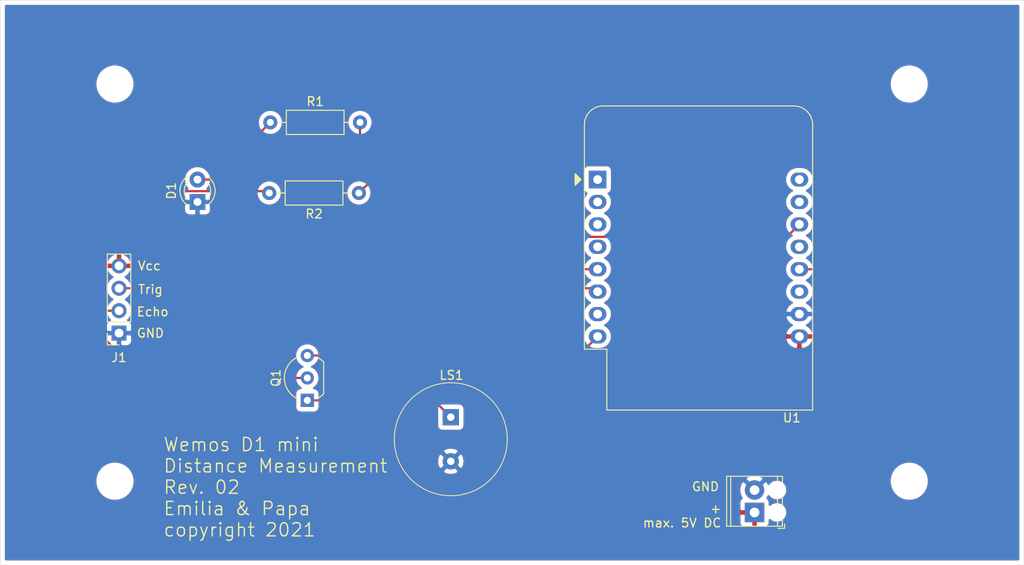
<source format=kicad_pcb>
(kicad_pcb (version 20171130) (host pcbnew "(5.1.10-1-10_14)")

  (general
    (thickness 1.6)
    (drawings 11)
    (tracks 33)
    (zones 0)
    (modules 12)
    (nets 11)
  )

  (page A4)
  (title_block
    (title "Wemos D1 mini Distance Measurement")
    (date 2021-11-11)
    (rev 02)
    (company "Emilia & Papa")
  )

  (layers
    (0 F.Cu signal)
    (31 B.Cu signal)
    (32 B.Adhes user)
    (33 F.Adhes user)
    (34 B.Paste user)
    (35 F.Paste user)
    (36 B.SilkS user)
    (37 F.SilkS user)
    (38 B.Mask user)
    (39 F.Mask user)
    (40 Dwgs.User user)
    (41 Cmts.User user)
    (42 Eco1.User user)
    (43 Eco2.User user)
    (44 Edge.Cuts user)
    (45 Margin user)
    (46 B.CrtYd user)
    (47 F.CrtYd user)
    (48 B.Fab user)
    (49 F.Fab user hide)
  )

  (setup
    (last_trace_width 0.25)
    (trace_clearance 0.2)
    (zone_clearance 0.508)
    (zone_45_only no)
    (trace_min 0.2)
    (via_size 0.8)
    (via_drill 0.4)
    (via_min_size 0.4)
    (via_min_drill 0.3)
    (uvia_size 0.3)
    (uvia_drill 0.1)
    (uvias_allowed no)
    (uvia_min_size 0.2)
    (uvia_min_drill 0.1)
    (edge_width 0.05)
    (segment_width 0.2)
    (pcb_text_width 0.3)
    (pcb_text_size 1.5 1.5)
    (mod_edge_width 0.12)
    (mod_text_size 1 1)
    (mod_text_width 0.15)
    (pad_size 3.2 3.2)
    (pad_drill 3.2)
    (pad_to_mask_clearance 0)
    (aux_axis_origin 0 0)
    (visible_elements FFFFFF7F)
    (pcbplotparams
      (layerselection 0x010fc_ffffffff)
      (usegerberextensions false)
      (usegerberattributes true)
      (usegerberadvancedattributes true)
      (creategerberjobfile true)
      (excludeedgelayer true)
      (linewidth 0.100000)
      (plotframeref false)
      (viasonmask false)
      (mode 1)
      (useauxorigin false)
      (hpglpennumber 1)
      (hpglpenspeed 20)
      (hpglpendiameter 15.000000)
      (psnegative false)
      (psa4output false)
      (plotreference true)
      (plotvalue true)
      (plotinvisibletext false)
      (padsonsilk false)
      (subtractmaskfromsilk false)
      (outputformat 1)
      (mirror false)
      (drillshape 0)
      (scaleselection 1)
      (outputdirectory "Gerber_Distance_Measurement/"))
  )

  (net 0 "")
  (net 1 GND)
  (net 2 "Net-(D1-Pad2)")
  (net 3 +5V)
  (net 4 "Net-(J1-Pad3)")
  (net 5 "Net-(J1-Pad2)")
  (net 6 "Net-(LS1-Pad1)")
  (net 7 "Net-(Q1-Pad2)")
  (net 8 "Net-(R2-Pad1)")
  (net 9 "Net-(Q1-Pad3)")
  (net 10 "Net-(R1-Pad2)")

  (net_class Default "This is the default net class."
    (clearance 0.2)
    (trace_width 0.25)
    (via_dia 0.8)
    (via_drill 0.4)
    (uvia_dia 0.3)
    (uvia_drill 0.1)
    (add_net +5V)
    (add_net GND)
    (add_net "Net-(D1-Pad2)")
    (add_net "Net-(J1-Pad2)")
    (add_net "Net-(J1-Pad3)")
    (add_net "Net-(LS1-Pad1)")
    (add_net "Net-(Q1-Pad2)")
    (add_net "Net-(Q1-Pad3)")
    (add_net "Net-(R1-Pad2)")
    (add_net "Net-(R2-Pad1)")
  )

  (module Module:WEMOS_D1_mini_light (layer F.Cu) (tedit 5BBFB1CE) (tstamp 616CBE93)
    (at 159.131 86.614)
    (descr "16-pin module, column spacing 22.86 mm (900 mils), https://wiki.wemos.cc/products:d1:d1_mini, https://c1.staticflickr.com/1/734/31400410271_f278b087db_z.jpg")
    (tags "ESP8266 WiFi microcontroller")
    (path /616C4280)
    (fp_text reference U1 (at 22 27) (layer F.SilkS)
      (effects (font (size 1 1) (thickness 0.15)))
    )
    (fp_text value WeMos_D1_mini (at 11.7 0) (layer F.Fab)
      (effects (font (size 1 1) (thickness 0.15)))
    )
    (fp_line (start 1.04 26.12) (end 24.36 26.12) (layer F.SilkS) (width 0.12))
    (fp_line (start -1.5 19.22) (end -1.5 -6.21) (layer F.SilkS) (width 0.12))
    (fp_line (start 24.36 26.12) (end 24.36 -6.21) (layer F.SilkS) (width 0.12))
    (fp_line (start 22.24 -8.34) (end 0.63 -8.34) (layer F.SilkS) (width 0.12))
    (fp_line (start 1.17 25.99) (end 24.23 25.99) (layer F.Fab) (width 0.1))
    (fp_line (start 24.23 25.99) (end 24.23 -6.21) (layer F.Fab) (width 0.1))
    (fp_line (start 22.23 -8.21) (end 0.63 -8.21) (layer F.Fab) (width 0.1))
    (fp_line (start -1.37 1) (end -1.37 19.09) (layer F.Fab) (width 0.1))
    (fp_line (start -1.62 -8.46) (end 24.48 -8.46) (layer F.CrtYd) (width 0.05))
    (fp_line (start 24.48 -8.41) (end 24.48 26.24) (layer F.CrtYd) (width 0.05))
    (fp_line (start 24.48 26.24) (end -1.62 26.24) (layer F.CrtYd) (width 0.05))
    (fp_line (start -1.62 26.24) (end -1.62 -8.46) (layer F.CrtYd) (width 0.05))
    (fp_poly (pts (xy -2.54 -0.635) (xy -2.54 0.635) (xy -1.905 0)) (layer F.SilkS) (width 0.15))
    (fp_line (start -1.35 -1.4) (end 24.25 -1.4) (layer Dwgs.User) (width 0.1))
    (fp_line (start 24.25 -1.4) (end 24.25 -8.2) (layer Dwgs.User) (width 0.1))
    (fp_line (start 24.25 -8.2) (end -1.35 -8.2) (layer Dwgs.User) (width 0.1))
    (fp_line (start -1.35 -8.2) (end -1.35 -1.4) (layer Dwgs.User) (width 0.1))
    (fp_line (start -1.35 -1.4) (end 5.45 -8.2) (layer Dwgs.User) (width 0.1))
    (fp_line (start 0.65 -1.4) (end 7.45 -8.2) (layer Dwgs.User) (width 0.1))
    (fp_line (start 2.65 -1.4) (end 9.45 -8.2) (layer Dwgs.User) (width 0.1))
    (fp_line (start 4.65 -1.4) (end 11.45 -8.2) (layer Dwgs.User) (width 0.1))
    (fp_line (start 6.65 -1.4) (end 13.45 -8.2) (layer Dwgs.User) (width 0.1))
    (fp_line (start 8.65 -1.4) (end 15.45 -8.2) (layer Dwgs.User) (width 0.1))
    (fp_line (start 10.65 -1.4) (end 17.45 -8.2) (layer Dwgs.User) (width 0.1))
    (fp_line (start 12.65 -1.4) (end 19.45 -8.2) (layer Dwgs.User) (width 0.1))
    (fp_line (start 14.65 -1.4) (end 21.45 -8.2) (layer Dwgs.User) (width 0.1))
    (fp_line (start 16.65 -1.4) (end 23.45 -8.2) (layer Dwgs.User) (width 0.1))
    (fp_line (start 18.65 -1.4) (end 24.25 -7) (layer Dwgs.User) (width 0.1))
    (fp_line (start 20.65 -1.4) (end 24.25 -5) (layer Dwgs.User) (width 0.1))
    (fp_line (start 22.65 -1.4) (end 24.25 -3) (layer Dwgs.User) (width 0.1))
    (fp_line (start -1.35 -3.4) (end 3.45 -8.2) (layer Dwgs.User) (width 0.1))
    (fp_line (start -1.3 -5.45) (end 1.45 -8.2) (layer Dwgs.User) (width 0.1))
    (fp_line (start -1.35 -7.4) (end -0.55 -8.2) (layer Dwgs.User) (width 0.1))
    (fp_line (start -1.37 19.09) (end 1.17 19.09) (layer F.Fab) (width 0.1))
    (fp_line (start 1.17 19.09) (end 1.17 25.99) (layer F.Fab) (width 0.1))
    (fp_line (start -1.37 -6.21) (end -1.37 -1) (layer F.Fab) (width 0.1))
    (fp_line (start -1.37 1) (end -0.37 0) (layer F.Fab) (width 0.1))
    (fp_line (start -0.37 0) (end -1.37 -1) (layer F.Fab) (width 0.1))
    (fp_line (start -1.5 19.22) (end 1.04 19.22) (layer F.SilkS) (width 0.12))
    (fp_line (start 1.04 19.22) (end 1.04 26.12) (layer F.SilkS) (width 0.12))
    (fp_text user "No copper" (at 11.43 -3.81) (layer Cmts.User)
      (effects (font (size 1 1) (thickness 0.15)))
    )
    (fp_text user "KEEP OUT" (at 11.43 -6.35) (layer Cmts.User)
      (effects (font (size 1 1) (thickness 0.15)))
    )
    (fp_arc (start 22.23 -6.21) (end 24.36 -6.21) (angle -90) (layer F.SilkS) (width 0.12))
    (fp_arc (start 0.63 -6.21) (end 0.63 -8.34) (angle -90) (layer F.SilkS) (width 0.12))
    (fp_arc (start 22.23 -6.21) (end 24.23 -6.19) (angle -90) (layer F.Fab) (width 0.1))
    (fp_arc (start 0.63 -6.21) (end 0.63 -8.21) (angle -90) (layer F.Fab) (width 0.1))
    (fp_text user %R (at 11.43 10) (layer F.Fab)
      (effects (font (size 1 1) (thickness 0.15)))
    )
    (pad 16 thru_hole oval (at 22.86 0) (size 2 1.6) (drill 1) (layers *.Cu *.Mask))
    (pad 15 thru_hole oval (at 22.86 2.54) (size 2 1.6) (drill 1) (layers *.Cu *.Mask))
    (pad 14 thru_hole oval (at 22.86 5.08) (size 2 1.6) (drill 1) (layers *.Cu *.Mask)
      (net 10 "Net-(R1-Pad2)"))
    (pad 13 thru_hole oval (at 22.86 7.62) (size 2 1.6) (drill 1) (layers *.Cu *.Mask))
    (pad 12 thru_hole oval (at 22.86 10.16) (size 2 1.6) (drill 1) (layers *.Cu *.Mask)
      (net 8 "Net-(R2-Pad1)"))
    (pad 11 thru_hole oval (at 22.86 12.7) (size 2 1.6) (drill 1) (layers *.Cu *.Mask))
    (pad 10 thru_hole oval (at 22.86 15.24) (size 2 1.6) (drill 1) (layers *.Cu *.Mask)
      (net 1 GND))
    (pad 9 thru_hole oval (at 22.86 17.78) (size 2 1.6) (drill 1) (layers *.Cu *.Mask)
      (net 3 +5V))
    (pad 8 thru_hole oval (at 0 17.78) (size 2 1.6) (drill 1) (layers *.Cu *.Mask)
      (net 9 "Net-(Q1-Pad3)"))
    (pad 7 thru_hole oval (at 0 15.24) (size 2 1.6) (drill 1) (layers *.Cu *.Mask))
    (pad 6 thru_hole oval (at 0 12.7) (size 2 1.6) (drill 1) (layers *.Cu *.Mask)
      (net 4 "Net-(J1-Pad3)"))
    (pad 5 thru_hole oval (at 0 10.16) (size 2 1.6) (drill 1) (layers *.Cu *.Mask)
      (net 5 "Net-(J1-Pad2)"))
    (pad 4 thru_hole oval (at 0 7.62) (size 2 1.6) (drill 1) (layers *.Cu *.Mask))
    (pad 3 thru_hole oval (at 0 5.08) (size 2 1.6) (drill 1) (layers *.Cu *.Mask))
    (pad 1 thru_hole rect (at 0 0) (size 2 2) (drill 1) (layers *.Cu *.Mask))
    (pad 2 thru_hole oval (at 0 2.54) (size 2 1.6) (drill 1) (layers *.Cu *.Mask))
    (model ${KISYS3DMOD}/Module.3dshapes/WEMOS_D1_mini_light.wrl
      (at (xyz 0 0 0))
      (scale (xyz 1 1 1))
      (rotate (xyz 0 0 0))
    )
    (model ${KISYS3DMOD}/Connector_PinHeader_2.54mm.3dshapes/PinHeader_1x08_P2.54mm_Vertical.wrl
      (offset (xyz 0 0 9.5))
      (scale (xyz 1 1 1))
      (rotate (xyz 0 -180 0))
    )
    (model ${KISYS3DMOD}/Connector_PinHeader_2.54mm.3dshapes/PinHeader_1x08_P2.54mm_Vertical.wrl
      (offset (xyz 22.86 0 9.5))
      (scale (xyz 1 1 1))
      (rotate (xyz 0 -180 0))
    )
    (model ${KISYS3DMOD}/Connector_PinSocket_2.54mm.3dshapes/PinSocket_1x08_P2.54mm_Vertical.wrl
      (at (xyz 0 0 0))
      (scale (xyz 1 1 1))
      (rotate (xyz 0 0 0))
    )
    (model ${KISYS3DMOD}/Connector_PinSocket_2.54mm.3dshapes/PinSocket_1x08_P2.54mm_Vertical.wrl
      (offset (xyz 22.86 0 0))
      (scale (xyz 1 1 1))
      (rotate (xyz 0 0 0))
    )
  )

  (module Resistor_THT:R_Axial_DIN0207_L6.3mm_D2.5mm_P10.16mm_Horizontal (layer F.Cu) (tedit 5AE5139B) (tstamp 616CBE50)
    (at 132.08 88.138 180)
    (descr "Resistor, Axial_DIN0207 series, Axial, Horizontal, pin pitch=10.16mm, 0.25W = 1/4W, length*diameter=6.3*2.5mm^2, http://cdn-reichelt.de/documents/datenblatt/B400/1_4W%23YAG.pdf")
    (tags "Resistor Axial_DIN0207 series Axial Horizontal pin pitch 10.16mm 0.25W = 1/4W length 6.3mm diameter 2.5mm")
    (path /616CA45D)
    (fp_text reference R2 (at 5.08 -2.37) (layer F.SilkS)
      (effects (font (size 1 1) (thickness 0.15)))
    )
    (fp_text value 1k (at 5.08 2.37) (layer F.Fab)
      (effects (font (size 1 1) (thickness 0.15)))
    )
    (fp_line (start 1.93 -1.25) (end 1.93 1.25) (layer F.Fab) (width 0.1))
    (fp_line (start 1.93 1.25) (end 8.23 1.25) (layer F.Fab) (width 0.1))
    (fp_line (start 8.23 1.25) (end 8.23 -1.25) (layer F.Fab) (width 0.1))
    (fp_line (start 8.23 -1.25) (end 1.93 -1.25) (layer F.Fab) (width 0.1))
    (fp_line (start 0 0) (end 1.93 0) (layer F.Fab) (width 0.1))
    (fp_line (start 10.16 0) (end 8.23 0) (layer F.Fab) (width 0.1))
    (fp_line (start 1.81 -1.37) (end 1.81 1.37) (layer F.SilkS) (width 0.12))
    (fp_line (start 1.81 1.37) (end 8.35 1.37) (layer F.SilkS) (width 0.12))
    (fp_line (start 8.35 1.37) (end 8.35 -1.37) (layer F.SilkS) (width 0.12))
    (fp_line (start 8.35 -1.37) (end 1.81 -1.37) (layer F.SilkS) (width 0.12))
    (fp_line (start 1.04 0) (end 1.81 0) (layer F.SilkS) (width 0.12))
    (fp_line (start 9.12 0) (end 8.35 0) (layer F.SilkS) (width 0.12))
    (fp_line (start -1.05 -1.5) (end -1.05 1.5) (layer F.CrtYd) (width 0.05))
    (fp_line (start -1.05 1.5) (end 11.21 1.5) (layer F.CrtYd) (width 0.05))
    (fp_line (start 11.21 1.5) (end 11.21 -1.5) (layer F.CrtYd) (width 0.05))
    (fp_line (start 11.21 -1.5) (end -1.05 -1.5) (layer F.CrtYd) (width 0.05))
    (fp_text user %R (at 5.08 0) (layer F.Fab)
      (effects (font (size 1 1) (thickness 0.15)))
    )
    (pad 2 thru_hole oval (at 10.16 0 180) (size 1.6 1.6) (drill 0.8) (layers *.Cu *.Mask)
      (net 7 "Net-(Q1-Pad2)"))
    (pad 1 thru_hole circle (at 0 0 180) (size 1.6 1.6) (drill 0.8) (layers *.Cu *.Mask)
      (net 8 "Net-(R2-Pad1)"))
    (model ${KISYS3DMOD}/Resistor_THT.3dshapes/R_Axial_DIN0207_L6.3mm_D2.5mm_P10.16mm_Horizontal.wrl
      (at (xyz 0 0 0))
      (scale (xyz 1 1 1))
      (rotate (xyz 0 0 0))
    )
  )

  (module digikey-footprints:Piezo_Transducer_THT_PS1240P02BT (layer F.Cu) (tedit 59D244F6) (tstamp 616CBE0E)
    (at 142.494 113.538)
    (path /616CE39B)
    (fp_text reference LS1 (at 0.075 -4.75) (layer F.SilkS)
      (effects (font (size 1 1) (thickness 0.15)))
    )
    (fp_text value Speaker_Crystal (at 0.575 9.825) (layer F.Fab)
      (effects (font (size 1 1) (thickness 0.15)))
    )
    (fp_circle (center 0 2.5) (end 0 8.9) (layer F.SilkS) (width 0.1))
    (fp_circle (center 0 2.5) (end 0 9) (layer F.CrtYd) (width 0.05))
    (fp_circle (center 0 2.5) (end 0 8.75) (layer F.Fab) (width 0.1))
    (fp_text user %R (at -0.1 2.75) (layer F.Fab)
      (effects (font (size 1 1) (thickness 0.15)))
    )
    (pad 2 thru_hole circle (at 0 5) (size 1.85 1.85) (drill 0.85) (layers *.Cu *.Mask)
      (net 1 GND))
    (pad 1 thru_hole rect (at 0 0) (size 1.85 1.85) (drill 0.85) (layers *.Cu *.Mask)
      (net 6 "Net-(LS1-Pad1)"))
  )

  (module Package_TO_SOT_THT:TO-92_Inline_Wide (layer F.Cu) (tedit 5A02FF81) (tstamp 616CBE22)
    (at 126.238 111.633 90)
    (descr "TO-92 leads in-line, wide, drill 0.75mm (see NXP sot054_po.pdf)")
    (tags "to-92 sc-43 sc-43a sot54 PA33 transistor")
    (path /616E3576)
    (fp_text reference Q1 (at 2.54 -3.56 90) (layer F.SilkS)
      (effects (font (size 1 1) (thickness 0.15)))
    )
    (fp_text value 2N5109 (at 2.54 2.79 90) (layer F.Fab)
      (effects (font (size 1 1) (thickness 0.15)))
    )
    (fp_line (start 0.74 1.85) (end 4.34 1.85) (layer F.SilkS) (width 0.12))
    (fp_line (start 0.8 1.75) (end 4.3 1.75) (layer F.Fab) (width 0.1))
    (fp_line (start -1.01 -2.73) (end 6.09 -2.73) (layer F.CrtYd) (width 0.05))
    (fp_line (start -1.01 -2.73) (end -1.01 2.01) (layer F.CrtYd) (width 0.05))
    (fp_line (start 6.09 2.01) (end 6.09 -2.73) (layer F.CrtYd) (width 0.05))
    (fp_line (start 6.09 2.01) (end -1.01 2.01) (layer F.CrtYd) (width 0.05))
    (fp_arc (start 2.54 0) (end 4.34 1.85) (angle -20) (layer F.SilkS) (width 0.12))
    (fp_arc (start 2.54 0) (end 2.54 -2.48) (angle -135) (layer F.Fab) (width 0.1))
    (fp_arc (start 2.54 0) (end 2.54 -2.48) (angle 135) (layer F.Fab) (width 0.1))
    (fp_arc (start 2.54 0) (end 2.54 -2.6) (angle 65) (layer F.SilkS) (width 0.12))
    (fp_arc (start 2.54 0) (end 2.54 -2.6) (angle -65) (layer F.SilkS) (width 0.12))
    (fp_arc (start 2.54 0) (end 0.74 1.85) (angle 20) (layer F.SilkS) (width 0.12))
    (fp_text user %R (at 2.54 0 90) (layer F.Fab)
      (effects (font (size 1 1) (thickness 0.15)))
    )
    (pad 1 thru_hole rect (at 0 0 90) (size 1.5 1.5) (drill 0.8) (layers *.Cu *.Mask)
      (net 6 "Net-(LS1-Pad1)"))
    (pad 3 thru_hole circle (at 5.08 0 90) (size 1.5 1.5) (drill 0.8) (layers *.Cu *.Mask)
      (net 9 "Net-(Q1-Pad3)"))
    (pad 2 thru_hole circle (at 2.54 0 90) (size 1.5 1.5) (drill 0.8) (layers *.Cu *.Mask)
      (net 7 "Net-(Q1-Pad2)"))
    (model ${KISYS3DMOD}/Package_TO_SOT_THT.3dshapes/TO-92_Inline_Wide.wrl
      (at (xyz 0 0 0))
      (scale (xyz 1 1 1))
      (rotate (xyz 0 0 0))
    )
  )

  (module LED_THT:LED_D3.0mm (layer F.Cu) (tedit 587A3A7B) (tstamp 616CBDC6)
    (at 113.792 89.154 90)
    (descr "LED, diameter 3.0mm, 2 pins")
    (tags "LED diameter 3.0mm 2 pins")
    (path /616C95CA)
    (fp_text reference D1 (at 1.27 -2.96 90) (layer F.SilkS)
      (effects (font (size 1 1) (thickness 0.15)))
    )
    (fp_text value LED (at 1.27 2.96 90) (layer F.Fab)
      (effects (font (size 1 1) (thickness 0.15)))
    )
    (fp_circle (center 1.27 0) (end 2.77 0) (layer F.Fab) (width 0.1))
    (fp_line (start -0.23 -1.16619) (end -0.23 1.16619) (layer F.Fab) (width 0.1))
    (fp_line (start -0.29 -1.236) (end -0.29 -1.08) (layer F.SilkS) (width 0.12))
    (fp_line (start -0.29 1.08) (end -0.29 1.236) (layer F.SilkS) (width 0.12))
    (fp_line (start -1.15 -2.25) (end -1.15 2.25) (layer F.CrtYd) (width 0.05))
    (fp_line (start -1.15 2.25) (end 3.7 2.25) (layer F.CrtYd) (width 0.05))
    (fp_line (start 3.7 2.25) (end 3.7 -2.25) (layer F.CrtYd) (width 0.05))
    (fp_line (start 3.7 -2.25) (end -1.15 -2.25) (layer F.CrtYd) (width 0.05))
    (fp_arc (start 1.27 0) (end 0.229039 1.08) (angle -87.9) (layer F.SilkS) (width 0.12))
    (fp_arc (start 1.27 0) (end 0.229039 -1.08) (angle 87.9) (layer F.SilkS) (width 0.12))
    (fp_arc (start 1.27 0) (end -0.29 1.235516) (angle -108.8) (layer F.SilkS) (width 0.12))
    (fp_arc (start 1.27 0) (end -0.29 -1.235516) (angle 108.8) (layer F.SilkS) (width 0.12))
    (fp_arc (start 1.27 0) (end -0.23 -1.16619) (angle 284.3) (layer F.Fab) (width 0.1))
    (pad 2 thru_hole circle (at 2.54 0 90) (size 1.8 1.8) (drill 0.9) (layers *.Cu *.Mask)
      (net 2 "Net-(D1-Pad2)"))
    (pad 1 thru_hole rect (at 0 0 90) (size 1.8 1.8) (drill 0.9) (layers *.Cu *.Mask)
      (net 1 GND))
    (model ${KISYS3DMOD}/LED_THT.3dshapes/LED_D3.0mm.wrl
      (at (xyz 0 0 0))
      (scale (xyz 1 1 1))
      (rotate (xyz 0 0 0))
    )
  )

  (module Connector_PinSocket_2.54mm:PinSocket_1x04_P2.54mm_Vertical (layer F.Cu) (tedit 5A19A429) (tstamp 616CBDDE)
    (at 104.902 104.013 180)
    (descr "Through hole straight socket strip, 1x04, 2.54mm pitch, single row (from Kicad 4.0.7), script generated")
    (tags "Through hole socket strip THT 1x04 2.54mm single row")
    (path /616C96B1)
    (fp_text reference J1 (at 0 -2.77) (layer F.SilkS)
      (effects (font (size 1 1) (thickness 0.15)))
    )
    (fp_text value Conn_01x04_Female (at 0 10.39) (layer F.Fab)
      (effects (font (size 1 1) (thickness 0.15)))
    )
    (fp_line (start -1.27 -1.27) (end 0.635 -1.27) (layer F.Fab) (width 0.1))
    (fp_line (start 0.635 -1.27) (end 1.27 -0.635) (layer F.Fab) (width 0.1))
    (fp_line (start 1.27 -0.635) (end 1.27 8.89) (layer F.Fab) (width 0.1))
    (fp_line (start 1.27 8.89) (end -1.27 8.89) (layer F.Fab) (width 0.1))
    (fp_line (start -1.27 8.89) (end -1.27 -1.27) (layer F.Fab) (width 0.1))
    (fp_line (start -1.33 1.27) (end 1.33 1.27) (layer F.SilkS) (width 0.12))
    (fp_line (start -1.33 1.27) (end -1.33 8.95) (layer F.SilkS) (width 0.12))
    (fp_line (start -1.33 8.95) (end 1.33 8.95) (layer F.SilkS) (width 0.12))
    (fp_line (start 1.33 1.27) (end 1.33 8.95) (layer F.SilkS) (width 0.12))
    (fp_line (start 1.33 -1.33) (end 1.33 0) (layer F.SilkS) (width 0.12))
    (fp_line (start 0 -1.33) (end 1.33 -1.33) (layer F.SilkS) (width 0.12))
    (fp_line (start -1.8 -1.8) (end 1.75 -1.8) (layer F.CrtYd) (width 0.05))
    (fp_line (start 1.75 -1.8) (end 1.75 9.4) (layer F.CrtYd) (width 0.05))
    (fp_line (start 1.75 9.4) (end -1.8 9.4) (layer F.CrtYd) (width 0.05))
    (fp_line (start -1.8 9.4) (end -1.8 -1.8) (layer F.CrtYd) (width 0.05))
    (fp_text user %R (at 0 3.81 90) (layer F.Fab)
      (effects (font (size 1 1) (thickness 0.15)))
    )
    (pad 4 thru_hole oval (at 0 7.62 180) (size 1.7 1.7) (drill 1) (layers *.Cu *.Mask)
      (net 3 +5V))
    (pad 3 thru_hole oval (at 0 5.08 180) (size 1.7 1.7) (drill 1) (layers *.Cu *.Mask)
      (net 4 "Net-(J1-Pad3)"))
    (pad 2 thru_hole oval (at 0 2.54 180) (size 1.7 1.7) (drill 1) (layers *.Cu *.Mask)
      (net 5 "Net-(J1-Pad2)"))
    (pad 1 thru_hole rect (at 0 0 180) (size 1.7 1.7) (drill 1) (layers *.Cu *.Mask)
      (net 1 GND))
    (model ${KISYS3DMOD}/Connector_PinSocket_2.54mm.3dshapes/PinSocket_1x04_P2.54mm_Vertical.wrl
      (at (xyz 0 0 0))
      (scale (xyz 1 1 1))
      (rotate (xyz 0 0 0))
    )
  )

  (module TerminalBlock_Phoenix:TerminalBlock_Phoenix_MPT-0,5-2-2.54_1x02_P2.54mm_Horizontal (layer F.Cu) (tedit 5B294F98) (tstamp 616CBE04)
    (at 176.911 124.333 90)
    (descr "Terminal Block Phoenix MPT-0,5-2-2.54, 2 pins, pitch 2.54mm, size 5.54x6.2mm^2, drill diamater 1.1mm, pad diameter 2.2mm, see http://www.mouser.com/ds/2/324/ItemDetail_1725656-920552.pdf, script-generated using https://github.com/pointhi/kicad-footprint-generator/scripts/TerminalBlock_Phoenix")
    (tags "THT Terminal Block Phoenix MPT-0,5-2-2.54 pitch 2.54mm size 5.54x6.2mm^2 drill 1.1mm pad 2.2mm")
    (path /616C480C)
    (fp_text reference J2 (at 1.27 -4.16 90) (layer F.SilkS) hide
      (effects (font (size 1 1) (thickness 0.15)))
    )
    (fp_text value Screw_Terminal_01x02 (at 1.27 4.16 90) (layer F.Fab)
      (effects (font (size 1 1) (thickness 0.15)))
    )
    (fp_circle (center 0 0) (end 1.1 0) (layer F.Fab) (width 0.1))
    (fp_circle (center 2.54 0) (end 3.64 0) (layer F.Fab) (width 0.1))
    (fp_line (start -1.5 -3.1) (end 4.04 -3.1) (layer F.Fab) (width 0.1))
    (fp_line (start 4.04 -3.1) (end 4.04 3.1) (layer F.Fab) (width 0.1))
    (fp_line (start 4.04 3.1) (end -1 3.1) (layer F.Fab) (width 0.1))
    (fp_line (start -1 3.1) (end -1.5 2.6) (layer F.Fab) (width 0.1))
    (fp_line (start -1.5 2.6) (end -1.5 -3.1) (layer F.Fab) (width 0.1))
    (fp_line (start -1.5 2.6) (end 4.04 2.6) (layer F.Fab) (width 0.1))
    (fp_line (start -1.56 2.6) (end -0.79 2.6) (layer F.SilkS) (width 0.12))
    (fp_line (start 0.79 2.6) (end 1.75 2.6) (layer F.SilkS) (width 0.12))
    (fp_line (start 3.33 2.6) (end 4.1 2.6) (layer F.SilkS) (width 0.12))
    (fp_line (start -1.5 -2.7) (end 4.04 -2.7) (layer F.Fab) (width 0.1))
    (fp_line (start -1.56 -2.7) (end 4.1 -2.7) (layer F.SilkS) (width 0.12))
    (fp_line (start -1.56 -3.16) (end 4.1 -3.16) (layer F.SilkS) (width 0.12))
    (fp_line (start -1.56 3.16) (end -0.79 3.16) (layer F.SilkS) (width 0.12))
    (fp_line (start 0.79 3.16) (end 1.75 3.16) (layer F.SilkS) (width 0.12))
    (fp_line (start 3.33 3.16) (end 4.1 3.16) (layer F.SilkS) (width 0.12))
    (fp_line (start -1.56 -3.16) (end -1.56 3.16) (layer F.SilkS) (width 0.12))
    (fp_line (start 4.1 -3.16) (end 4.1 3.16) (layer F.SilkS) (width 0.12))
    (fp_line (start 0.835 -0.7) (end -0.701 0.835) (layer F.Fab) (width 0.1))
    (fp_line (start 0.701 -0.835) (end -0.835 0.7) (layer F.Fab) (width 0.1))
    (fp_line (start 3.375 -0.7) (end 1.84 0.835) (layer F.Fab) (width 0.1))
    (fp_line (start 3.241 -0.835) (end 1.706 0.7) (layer F.Fab) (width 0.1))
    (fp_line (start -1.8 2.66) (end -1.8 3.4) (layer F.SilkS) (width 0.12))
    (fp_line (start -1.8 3.4) (end -1.3 3.4) (layer F.SilkS) (width 0.12))
    (fp_line (start -2 -3.6) (end -2 3.6) (layer F.CrtYd) (width 0.05))
    (fp_line (start -2 3.6) (end 4.54 3.6) (layer F.CrtYd) (width 0.05))
    (fp_line (start 4.54 3.6) (end 4.54 -3.6) (layer F.CrtYd) (width 0.05))
    (fp_line (start 4.54 -3.6) (end -2 -3.6) (layer F.CrtYd) (width 0.05))
    (fp_text user %R (at 1.27 2 90) (layer F.Fab)
      (effects (font (size 1 1) (thickness 0.15)))
    )
    (pad "" np_thru_hole circle (at 2.54 2.54 90) (size 1.1 1.1) (drill 1.1) (layers *.Cu *.Mask))
    (pad 2 thru_hole circle (at 2.54 0 90) (size 2.2 2.2) (drill 1.1) (layers *.Cu *.Mask)
      (net 1 GND))
    (pad "" np_thru_hole circle (at 0 2.54 90) (size 1.1 1.1) (drill 1.1) (layers *.Cu *.Mask))
    (pad 1 thru_hole rect (at 0 0 90) (size 2.2 2.2) (drill 1.1) (layers *.Cu *.Mask)
      (net 3 +5V))
    (model ${KISYS3DMOD}/TerminalBlock_Phoenix.3dshapes/TerminalBlock_Phoenix_MPT-0,5-2-2.54_1x02_P2.54mm_Horizontal.wrl
      (at (xyz 0 0 0))
      (scale (xyz 1 1 1))
      (rotate (xyz 0 0 0))
    )
  )

  (module Resistor_THT:R_Axial_DIN0207_L6.3mm_D2.5mm_P10.16mm_Horizontal (layer F.Cu) (tedit 5AE5139B) (tstamp 616CBE39)
    (at 122.047 80.137)
    (descr "Resistor, Axial_DIN0207 series, Axial, Horizontal, pin pitch=10.16mm, 0.25W = 1/4W, length*diameter=6.3*2.5mm^2, http://cdn-reichelt.de/documents/datenblatt/B400/1_4W%23YAG.pdf")
    (tags "Resistor Axial_DIN0207 series Axial Horizontal pin pitch 10.16mm 0.25W = 1/4W length 6.3mm diameter 2.5mm")
    (path /616CA772)
    (fp_text reference R1 (at 5.08 -2.37) (layer F.SilkS)
      (effects (font (size 1 1) (thickness 0.15)))
    )
    (fp_text value 220 (at 5.08 2.37) (layer F.Fab)
      (effects (font (size 1 1) (thickness 0.15)))
    )
    (fp_line (start 1.93 -1.25) (end 1.93 1.25) (layer F.Fab) (width 0.1))
    (fp_line (start 1.93 1.25) (end 8.23 1.25) (layer F.Fab) (width 0.1))
    (fp_line (start 8.23 1.25) (end 8.23 -1.25) (layer F.Fab) (width 0.1))
    (fp_line (start 8.23 -1.25) (end 1.93 -1.25) (layer F.Fab) (width 0.1))
    (fp_line (start 0 0) (end 1.93 0) (layer F.Fab) (width 0.1))
    (fp_line (start 10.16 0) (end 8.23 0) (layer F.Fab) (width 0.1))
    (fp_line (start 1.81 -1.37) (end 1.81 1.37) (layer F.SilkS) (width 0.12))
    (fp_line (start 1.81 1.37) (end 8.35 1.37) (layer F.SilkS) (width 0.12))
    (fp_line (start 8.35 1.37) (end 8.35 -1.37) (layer F.SilkS) (width 0.12))
    (fp_line (start 8.35 -1.37) (end 1.81 -1.37) (layer F.SilkS) (width 0.12))
    (fp_line (start 1.04 0) (end 1.81 0) (layer F.SilkS) (width 0.12))
    (fp_line (start 9.12 0) (end 8.35 0) (layer F.SilkS) (width 0.12))
    (fp_line (start -1.05 -1.5) (end -1.05 1.5) (layer F.CrtYd) (width 0.05))
    (fp_line (start -1.05 1.5) (end 11.21 1.5) (layer F.CrtYd) (width 0.05))
    (fp_line (start 11.21 1.5) (end 11.21 -1.5) (layer F.CrtYd) (width 0.05))
    (fp_line (start 11.21 -1.5) (end -1.05 -1.5) (layer F.CrtYd) (width 0.05))
    (fp_text user %R (at 5.08 0) (layer F.Fab)
      (effects (font (size 1 1) (thickness 0.15)))
    )
    (pad 2 thru_hole oval (at 10.16 0) (size 1.6 1.6) (drill 0.8) (layers *.Cu *.Mask)
      (net 10 "Net-(R1-Pad2)"))
    (pad 1 thru_hole circle (at 0 0) (size 1.6 1.6) (drill 0.8) (layers *.Cu *.Mask)
      (net 2 "Net-(D1-Pad2)"))
    (model ${KISYS3DMOD}/Resistor_THT.3dshapes/R_Axial_DIN0207_L6.3mm_D2.5mm_P10.16mm_Horizontal.wrl
      (at (xyz 0 0 0))
      (scale (xyz 1 1 1))
      (rotate (xyz 0 0 0))
    )
  )

  (module MountingHole:MountingHole_3.2mm_M3 (layer F.Cu) (tedit 56D1B4CB) (tstamp 612D55F5)
    (at 194.44 75.794 90)
    (descr "Mounting Hole 3.2mm, no annular, M3")
    (tags "mounting hole 3.2mm no annular m3")
    (attr virtual)
    (fp_text reference REF** (at 0 -4.2 90) (layer F.SilkS) hide
      (effects (font (size 1 1) (thickness 0.15)))
    )
    (fp_text value MountingHole_3.2mm_M3 (at 0 4.2 90) (layer F.Fab)
      (effects (font (size 1 1) (thickness 0.15)))
    )
    (fp_circle (center 0 0) (end 3.45 0) (layer F.CrtYd) (width 0.05))
    (fp_circle (center 0 0) (end 3.2 0) (layer Cmts.User) (width 0.15))
    (fp_text user %R (at 0.3 0 90) (layer F.Fab)
      (effects (font (size 1 1) (thickness 0.15)))
    )
    (pad 1 np_thru_hole circle (at 0 0 90) (size 3.2 3.2) (drill 3.2) (layers *.Cu *.Mask))
  )

  (module MountingHole:MountingHole_3.2mm_M3 (layer F.Cu) (tedit 56D1B4CB) (tstamp 612D55E0)
    (at 104.44 75.794 90)
    (descr "Mounting Hole 3.2mm, no annular, M3")
    (tags "mounting hole 3.2mm no annular m3")
    (attr virtual)
    (fp_text reference REF** (at 0 -4.2 90) (layer F.SilkS) hide
      (effects (font (size 1 1) (thickness 0.15)))
    )
    (fp_text value MountingHole_3.2mm_M3 (at 0 4.2 90) (layer F.Fab)
      (effects (font (size 1 1) (thickness 0.15)))
    )
    (fp_circle (center 0 0) (end 3.2 0) (layer Cmts.User) (width 0.15))
    (fp_circle (center 0 0) (end 3.45 0) (layer F.CrtYd) (width 0.05))
    (fp_text user %R (at 0.3 0 90) (layer F.Fab)
      (effects (font (size 1 1) (thickness 0.15)))
    )
    (pad 1 np_thru_hole circle (at 0 0 90) (size 3.2 3.2) (drill 3.2) (layers *.Cu *.Mask))
  )

  (module MountingHole:MountingHole_3.2mm_M3 (layer F.Cu) (tedit 56D1B4CB) (tstamp 612D561F)
    (at 194.44 120.794 90)
    (descr "Mounting Hole 3.2mm, no annular, M3")
    (tags "mounting hole 3.2mm no annular m3")
    (attr virtual)
    (fp_text reference REF** (at 0 -4.2 90) (layer F.SilkS) hide
      (effects (font (size 1 1) (thickness 0.15)))
    )
    (fp_text value MountingHole_3.2mm_M3 (at 0 4.2 90) (layer F.Fab)
      (effects (font (size 1 1) (thickness 0.15)))
    )
    (fp_circle (center 0 0) (end 3.2 0) (layer Cmts.User) (width 0.15))
    (fp_circle (center 0 0) (end 3.45 0) (layer F.CrtYd) (width 0.05))
    (fp_text user %R (at 0.3 0 90) (layer F.Fab)
      (effects (font (size 1 1) (thickness 0.15)))
    )
    (pad 1 np_thru_hole circle (at 0 0 90) (size 3.2 3.2) (drill 3.2) (layers *.Cu *.Mask))
  )

  (module MountingHole:MountingHole_3.2mm_M3 (layer F.Cu) (tedit 56D1B4CB) (tstamp 612D560A)
    (at 104.44 120.794 90)
    (descr "Mounting Hole 3.2mm, no annular, M3")
    (tags "mounting hole 3.2mm no annular m3")
    (attr virtual)
    (fp_text reference REF** (at 0 -4.2 90) (layer F.SilkS) hide
      (effects (font (size 1 1) (thickness 0.15)))
    )
    (fp_text value MountingHole_3.2mm_M3 (at 0 4.2 90) (layer F.Fab)
      (effects (font (size 1 1) (thickness 0.15)))
    )
    (fp_circle (center 0 0) (end 3.45 0) (layer F.CrtYd) (width 0.05))
    (fp_circle (center 0 0) (end 3.2 0) (layer Cmts.User) (width 0.15))
    (fp_text user %R (at 0.3 0 90) (layer F.Fab)
      (effects (font (size 1 1) (thickness 0.15)))
    )
    (pad 1 np_thru_hole circle (at 0 0 90) (size 3.2 3.2) (drill 3.2) (layers *.Cu *.Mask))
  )

  (gr_text "Wemos D1 mini\nDistance Measurement\nRev. 02\nEmilia & Papa\ncopyright 2021" (at 109.855 121.4755) (layer F.SilkS)
    (effects (font (size 1.5 1.5) (thickness 0.15)) (justify left))
  )
  (gr_text Echo (at 108.712 101.6) (layer F.SilkS)
    (effects (font (size 1 1) (thickness 0.15)))
  )
  (gr_text Trig (at 108.458 99.06) (layer F.SilkS)
    (effects (font (size 1 1) (thickness 0.15)))
  )
  (gr_text GND (at 108.458 104.013) (layer F.SilkS)
    (effects (font (size 1 1) (thickness 0.15)))
  )
  (gr_text Vcc (at 108.331 96.393) (layer F.SilkS)
    (effects (font (size 1 1) (thickness 0.15)))
  )
  (gr_text GND (at 172.974 121.412) (layer F.SilkS)
    (effects (font (size 1 1) (thickness 0.15)) (justify right))
  )
  (gr_text "+\nmax. 5V DC" (at 173.228 124.714) (layer F.SilkS)
    (effects (font (size 1 1) (thickness 0.15)) (justify right))
  )
  (gr_line (start 91.44 130.294) (end 207.44 130.294) (layer Edge.Cuts) (width 0.05) (tstamp 612D3208))
  (gr_line (start 207.44 66.294) (end 207.44 130.294) (layer Edge.Cuts) (width 0.05) (tstamp 612D3212))
  (gr_line (start 91.44 66.294) (end 91.44 130.294) (layer Edge.Cuts) (width 0.05))
  (gr_line (start 91.44 66.294) (end 207.44 66.294) (layer Edge.Cuts) (width 0.05))

  (segment (start 115.57 86.614) (end 122.047 80.137) (width 0.25) (layer F.Cu) (net 2))
  (segment (start 113.792 86.614) (end 115.57 86.614) (width 0.25) (layer F.Cu) (net 2))
  (segment (start 158.75 98.933) (end 159.131 99.314) (width 0.25) (layer F.Cu) (net 4))
  (segment (start 104.902 98.933) (end 158.75 98.933) (width 0.25) (layer F.Cu) (net 4))
  (segment (start 159.131 96.774) (end 114.935 96.774) (width 0.25) (layer F.Cu) (net 5))
  (segment (start 114.935 96.774) (end 110.236 92.075) (width 0.25) (layer F.Cu) (net 5))
  (segment (start 110.236 92.075) (end 100.711 92.075) (width 0.25) (layer F.Cu) (net 5))
  (segment (start 100.711 92.075) (end 99.441 93.345) (width 0.25) (layer F.Cu) (net 5))
  (segment (start 99.441 93.345) (end 99.441 99.568) (width 0.25) (layer F.Cu) (net 5))
  (segment (start 101.346 101.473) (end 104.902 101.473) (width 0.25) (layer F.Cu) (net 5))
  (segment (start 99.441 99.568) (end 101.346 101.473) (width 0.25) (layer F.Cu) (net 5))
  (segment (start 140.589 111.633) (end 142.494 113.538) (width 0.25) (layer F.Cu) (net 6))
  (segment (start 126.238 111.633) (end 140.589 111.633) (width 0.25) (layer F.Cu) (net 6))
  (segment (start 107.696998 109.093) (end 126.238 109.093) (width 0.25) (layer F.Cu) (net 7))
  (segment (start 98.99099 93.1586) (end 98.99099 100.386992) (width 0.25) (layer F.Cu) (net 7))
  (segment (start 104.220591 87.928999) (end 98.99099 93.1586) (width 0.25) (layer F.Cu) (net 7))
  (segment (start 121.710999 87.928999) (end 104.220591 87.928999) (width 0.25) (layer F.Cu) (net 7))
  (segment (start 98.99099 100.386992) (end 107.696998 109.093) (width 0.25) (layer F.Cu) (net 7))
  (segment (start 121.92 88.138) (end 121.710999 87.928999) (width 0.25) (layer F.Cu) (net 7))
  (segment (start 132.08 88.138) (end 137.541 82.677) (width 0.25) (layer F.Cu) (net 8))
  (segment (start 137.541 82.677) (end 187.452 82.677) (width 0.25) (layer F.Cu) (net 8))
  (segment (start 187.452 82.677) (end 192.151 87.376) (width 0.25) (layer F.Cu) (net 8))
  (segment (start 192.151 87.376) (end 192.151 92.329) (width 0.25) (layer F.Cu) (net 8))
  (segment (start 187.706 96.774) (end 181.991 96.774) (width 0.25) (layer F.Cu) (net 8))
  (segment (start 192.151 92.329) (end 187.706 96.774) (width 0.25) (layer F.Cu) (net 8))
  (segment (start 156.972 106.553) (end 159.131 104.394) (width 0.25) (layer F.Cu) (net 9))
  (segment (start 126.238 106.553) (end 156.972 106.553) (width 0.25) (layer F.Cu) (net 9))
  (segment (start 132.207 80.137) (end 132.207 82.169) (width 0.25) (layer F.Cu) (net 10))
  (segment (start 132.207 82.169) (end 127.889 86.487) (width 0.25) (layer F.Cu) (net 10))
  (segment (start 127.889 86.487) (end 127.889 92.202) (width 0.25) (layer F.Cu) (net 10))
  (segment (start 180.57601 93.10899) (end 181.991 91.694) (width 0.25) (layer F.Cu) (net 10))
  (segment (start 128.79599 93.10899) (end 180.57601 93.10899) (width 0.25) (layer F.Cu) (net 10))
  (segment (start 127.889 92.202) (end 128.79599 93.10899) (width 0.25) (layer F.Cu) (net 10))

  (zone (net 3) (net_name +5V) (layer F.Cu) (tstamp 618C93B1) (hatch edge 0.508)
    (connect_pads (clearance 0.508))
    (min_thickness 0.254)
    (fill yes (arc_segments 32) (thermal_gap 0.508) (thermal_bridge_width 0.508))
    (polygon
      (pts
        (xy 207.391 130.302) (xy 91.44 130.302) (xy 91.44 66.294) (xy 207.391 66.294)
      )
    )
    (filled_polygon
      (pts
        (xy 206.780001 129.634) (xy 92.1 129.634) (xy 92.1 125.433) (xy 175.172928 125.433) (xy 175.185188 125.557482)
        (xy 175.221498 125.67718) (xy 175.280463 125.787494) (xy 175.359815 125.884185) (xy 175.456506 125.963537) (xy 175.56682 126.022502)
        (xy 175.686518 126.058812) (xy 175.811 126.071072) (xy 176.62525 126.068) (xy 176.784 125.90925) (xy 176.784 124.46)
        (xy 175.33475 124.46) (xy 175.176 124.61875) (xy 175.172928 125.433) (xy 92.1 125.433) (xy 92.1 123.233)
        (xy 175.172928 123.233) (xy 175.176 124.04725) (xy 175.33475 124.206) (xy 176.784 124.206) (xy 176.784 124.186)
        (xy 177.038 124.186) (xy 177.038 124.206) (xy 177.058 124.206) (xy 177.058 124.46) (xy 177.038 124.46)
        (xy 177.038 125.90925) (xy 177.19675 126.068) (xy 178.011 126.071072) (xy 178.135482 126.058812) (xy 178.25518 126.022502)
        (xy 178.365494 125.963537) (xy 178.462185 125.884185) (xy 178.541537 125.787494) (xy 178.600502 125.67718) (xy 178.636812 125.557482)
        (xy 178.649072 125.433) (xy 178.648216 125.20606) (xy 178.695606 125.25345) (xy 178.889692 125.383134) (xy 179.105348 125.472461)
        (xy 179.334288 125.518) (xy 179.567712 125.518) (xy 179.796652 125.472461) (xy 180.012308 125.383134) (xy 180.206394 125.25345)
        (xy 180.37145 125.088394) (xy 180.501134 124.894308) (xy 180.590461 124.678652) (xy 180.636 124.449712) (xy 180.636 124.216288)
        (xy 180.590461 123.987348) (xy 180.501134 123.771692) (xy 180.37145 123.577606) (xy 180.206394 123.41255) (xy 180.012308 123.282866)
        (xy 179.796652 123.193539) (xy 179.567712 123.148) (xy 179.334288 123.148) (xy 179.105348 123.193539) (xy 178.889692 123.282866)
        (xy 178.695606 123.41255) (xy 178.648216 123.45994) (xy 178.649072 123.233) (xy 178.636812 123.108518) (xy 178.600502 122.98882)
        (xy 178.541537 122.878506) (xy 178.462185 122.781815) (xy 178.38131 122.715443) (xy 178.448537 122.614831) (xy 178.49691 122.498048)
        (xy 178.53055 122.548394) (xy 178.695606 122.71345) (xy 178.889692 122.843134) (xy 179.105348 122.932461) (xy 179.334288 122.978)
        (xy 179.567712 122.978) (xy 179.796652 122.932461) (xy 180.012308 122.843134) (xy 180.206394 122.71345) (xy 180.37145 122.548394)
        (xy 180.501134 122.354308) (xy 180.590461 122.138652) (xy 180.636 121.909712) (xy 180.636 121.676288) (xy 180.590461 121.447348)
        (xy 180.501134 121.231692) (xy 180.37145 121.037606) (xy 180.206394 120.87255) (xy 180.012308 120.742866) (xy 179.796652 120.653539)
        (xy 179.567712 120.608) (xy 179.334288 120.608) (xy 179.105348 120.653539) (xy 178.889692 120.742866) (xy 178.695606 120.87255)
        (xy 178.53055 121.037606) (xy 178.49691 121.087952) (xy 178.448537 120.971169) (xy 178.258663 120.687002) (xy 178.145533 120.573872)
        (xy 192.205 120.573872) (xy 192.205 121.014128) (xy 192.29089 121.445925) (xy 192.459369 121.852669) (xy 192.703962 122.218729)
        (xy 193.015271 122.530038) (xy 193.381331 122.774631) (xy 193.788075 122.94311) (xy 194.219872 123.029) (xy 194.660128 123.029)
        (xy 195.091925 122.94311) (xy 195.498669 122.774631) (xy 195.864729 122.530038) (xy 196.176038 122.218729) (xy 196.420631 121.852669)
        (xy 196.58911 121.445925) (xy 196.675 121.014128) (xy 196.675 120.573872) (xy 196.58911 120.142075) (xy 196.420631 119.735331)
        (xy 196.176038 119.369271) (xy 195.864729 119.057962) (xy 195.498669 118.813369) (xy 195.091925 118.64489) (xy 194.660128 118.559)
        (xy 194.219872 118.559) (xy 193.788075 118.64489) (xy 193.381331 118.813369) (xy 193.015271 119.057962) (xy 192.703962 119.369271)
        (xy 192.459369 119.735331) (xy 192.29089 120.142075) (xy 192.205 120.573872) (xy 178.145533 120.573872) (xy 178.016998 120.445337)
        (xy 177.732831 120.255463) (xy 177.417081 120.124675) (xy 177.081883 120.058) (xy 176.740117 120.058) (xy 176.404919 120.124675)
        (xy 176.089169 120.255463) (xy 175.805002 120.445337) (xy 175.563337 120.687002) (xy 175.373463 120.971169) (xy 175.242675 121.286919)
        (xy 175.176 121.622117) (xy 175.176 121.963883) (xy 175.242675 122.299081) (xy 175.373463 122.614831) (xy 175.44069 122.715443)
        (xy 175.359815 122.781815) (xy 175.280463 122.878506) (xy 175.221498 122.98882) (xy 175.185188 123.108518) (xy 175.172928 123.233)
        (xy 92.1 123.233) (xy 92.1 120.573872) (xy 102.205 120.573872) (xy 102.205 121.014128) (xy 102.29089 121.445925)
        (xy 102.459369 121.852669) (xy 102.703962 122.218729) (xy 103.015271 122.530038) (xy 103.381331 122.774631) (xy 103.788075 122.94311)
        (xy 104.219872 123.029) (xy 104.660128 123.029) (xy 105.091925 122.94311) (xy 105.498669 122.774631) (xy 105.864729 122.530038)
        (xy 106.176038 122.218729) (xy 106.420631 121.852669) (xy 106.58911 121.445925) (xy 106.675 121.014128) (xy 106.675 120.573872)
        (xy 106.58911 120.142075) (xy 106.420631 119.735331) (xy 106.176038 119.369271) (xy 105.864729 119.057962) (xy 105.498669 118.813369)
        (xy 105.091925 118.64489) (xy 104.660128 118.559) (xy 104.219872 118.559) (xy 103.788075 118.64489) (xy 103.381331 118.813369)
        (xy 103.015271 119.057962) (xy 102.703962 119.369271) (xy 102.459369 119.735331) (xy 102.29089 120.142075) (xy 102.205 120.573872)
        (xy 92.1 120.573872) (xy 92.1 118.384353) (xy 140.934 118.384353) (xy 140.934 118.691647) (xy 140.99395 118.993035)
        (xy 141.111546 119.276937) (xy 141.282269 119.532442) (xy 141.499558 119.749731) (xy 141.755063 119.920454) (xy 142.038965 120.03805)
        (xy 142.340353 120.098) (xy 142.647647 120.098) (xy 142.949035 120.03805) (xy 143.232937 119.920454) (xy 143.488442 119.749731)
        (xy 143.705731 119.532442) (xy 143.876454 119.276937) (xy 143.99405 118.993035) (xy 144.054 118.691647) (xy 144.054 118.384353)
        (xy 143.99405 118.082965) (xy 143.876454 117.799063) (xy 143.705731 117.543558) (xy 143.488442 117.326269) (xy 143.232937 117.155546)
        (xy 142.949035 117.03795) (xy 142.647647 116.978) (xy 142.340353 116.978) (xy 142.038965 117.03795) (xy 141.755063 117.155546)
        (xy 141.499558 117.326269) (xy 141.282269 117.543558) (xy 141.111546 117.799063) (xy 140.99395 118.082965) (xy 140.934 118.384353)
        (xy 92.1 118.384353) (xy 92.1 93.1586) (xy 98.227314 93.1586) (xy 98.23099 93.195923) (xy 98.230991 100.34966)
        (xy 98.227314 100.386992) (xy 98.230991 100.424325) (xy 98.241042 100.526368) (xy 98.241988 100.535977) (xy 98.285444 100.679238)
        (xy 98.356016 100.811268) (xy 98.427191 100.897994) (xy 98.45099 100.926993) (xy 98.479988 100.950791) (xy 107.133199 109.604003)
        (xy 107.156997 109.633001) (xy 107.185995 109.656799) (xy 107.272722 109.727974) (xy 107.404751 109.798546) (xy 107.548012 109.842003)
        (xy 107.696998 109.856677) (xy 107.734331 109.853) (xy 125.080091 109.853) (xy 125.162201 109.975886) (xy 125.355114 110.168799)
        (xy 125.471483 110.246555) (xy 125.363518 110.257188) (xy 125.24382 110.293498) (xy 125.133506 110.352463) (xy 125.036815 110.431815)
        (xy 124.957463 110.528506) (xy 124.898498 110.63882) (xy 124.862188 110.758518) (xy 124.849928 110.883) (xy 124.849928 112.383)
        (xy 124.862188 112.507482) (xy 124.898498 112.62718) (xy 124.957463 112.737494) (xy 125.036815 112.834185) (xy 125.133506 112.913537)
        (xy 125.24382 112.972502) (xy 125.363518 113.008812) (xy 125.488 113.021072) (xy 126.988 113.021072) (xy 127.112482 113.008812)
        (xy 127.23218 112.972502) (xy 127.342494 112.913537) (xy 127.439185 112.834185) (xy 127.518537 112.737494) (xy 127.577502 112.62718)
        (xy 127.613812 112.507482) (xy 127.625087 112.393) (xy 140.274199 112.393) (xy 140.930928 113.049729) (xy 140.930928 114.463)
        (xy 140.943188 114.587482) (xy 140.979498 114.70718) (xy 141.038463 114.817494) (xy 141.117815 114.914185) (xy 141.214506 114.993537)
        (xy 141.32482 115.052502) (xy 141.444518 115.088812) (xy 141.569 115.101072) (xy 143.419 115.101072) (xy 143.543482 115.088812)
        (xy 143.66318 115.052502) (xy 143.773494 114.993537) (xy 143.870185 114.914185) (xy 143.949537 114.817494) (xy 144.008502 114.70718)
        (xy 144.044812 114.587482) (xy 144.057072 114.463) (xy 144.057072 112.613) (xy 144.044812 112.488518) (xy 144.008502 112.36882)
        (xy 143.949537 112.258506) (xy 143.870185 112.161815) (xy 143.773494 112.082463) (xy 143.66318 112.023498) (xy 143.543482 111.987188)
        (xy 143.419 111.974928) (xy 142.005729 111.974928) (xy 141.152804 111.122003) (xy 141.129001 111.092999) (xy 141.013276 110.998026)
        (xy 140.881247 110.927454) (xy 140.737986 110.883997) (xy 140.626333 110.873) (xy 140.626322 110.873) (xy 140.589 110.869324)
        (xy 140.551678 110.873) (xy 127.625087 110.873) (xy 127.613812 110.758518) (xy 127.577502 110.63882) (xy 127.518537 110.528506)
        (xy 127.439185 110.431815) (xy 127.342494 110.352463) (xy 127.23218 110.293498) (xy 127.112482 110.257188) (xy 127.004517 110.246555)
        (xy 127.120886 110.168799) (xy 127.313799 109.975886) (xy 127.465371 109.749043) (xy 127.569775 109.496989) (xy 127.623 109.229411)
        (xy 127.623 108.956589) (xy 127.569775 108.689011) (xy 127.465371 108.436957) (xy 127.313799 108.210114) (xy 127.120886 108.017201)
        (xy 126.894043 107.865629) (xy 126.791127 107.823) (xy 126.894043 107.780371) (xy 127.120886 107.628799) (xy 127.313799 107.435886)
        (xy 127.395909 107.313) (xy 156.934678 107.313) (xy 156.972 107.316676) (xy 157.009322 107.313) (xy 157.009333 107.313)
        (xy 157.120986 107.302003) (xy 157.264247 107.258546) (xy 157.396276 107.187974) (xy 157.512001 107.093001) (xy 157.535804 107.063997)
        (xy 158.778845 105.820957) (xy 158.860508 105.829) (xy 159.401492 105.829) (xy 159.612309 105.808236) (xy 159.882808 105.726182)
        (xy 160.132101 105.592932) (xy 160.350608 105.413608) (xy 160.529932 105.195101) (xy 160.663182 104.945808) (xy 160.72469 104.743039)
        (xy 180.399096 104.743039) (xy 180.409556 104.80073) (xy 180.515449 105.062421) (xy 180.670361 105.298425) (xy 180.868338 105.499673)
        (xy 181.101773 105.65843) (xy 181.361694 105.768596) (xy 181.638113 105.825937) (xy 181.864 105.673474) (xy 181.864 104.521)
        (xy 182.118 104.521) (xy 182.118 105.673474) (xy 182.343887 105.825937) (xy 182.620306 105.768596) (xy 182.880227 105.65843)
        (xy 183.113662 105.499673) (xy 183.311639 105.298425) (xy 183.466551 105.062421) (xy 183.572444 104.80073) (xy 183.582904 104.743039)
        (xy 183.460915 104.521) (xy 182.118 104.521) (xy 181.864 104.521) (xy 180.521085 104.521) (xy 180.399096 104.743039)
        (xy 160.72469 104.743039) (xy 160.745236 104.675309) (xy 160.772943 104.394) (xy 160.745236 104.112691) (xy 160.663182 103.842192)
        (xy 160.529932 103.592899) (xy 160.350608 103.374392) (xy 160.132101 103.195068) (xy 159.999142 103.124) (xy 160.132101 103.052932)
        (xy 160.350608 102.873608) (xy 160.529932 102.655101) (xy 160.663182 102.405808) (xy 160.745236 102.135309) (xy 160.772943 101.854)
        (xy 160.745236 101.572691) (xy 160.663182 101.302192) (xy 160.529932 101.052899) (xy 160.350608 100.834392) (xy 160.132101 100.655068)
        (xy 159.999142 100.584) (xy 160.132101 100.512932) (xy 160.350608 100.333608) (xy 160.529932 100.115101) (xy 160.663182 99.865808)
        (xy 160.745236 99.595309) (xy 160.772943 99.314) (xy 160.745236 99.032691) (xy 160.663182 98.762192) (xy 160.529932 98.512899)
        (xy 160.350608 98.294392) (xy 160.132101 98.115068) (xy 159.999142 98.044) (xy 160.132101 97.972932) (xy 160.350608 97.793608)
        (xy 160.529932 97.575101) (xy 160.663182 97.325808) (xy 160.745236 97.055309) (xy 160.772943 96.774) (xy 160.745236 96.492691)
        (xy 160.663182 96.222192) (xy 160.529932 95.972899) (xy 160.350608 95.754392) (xy 160.132101 95.575068) (xy 159.999142 95.504)
        (xy 160.132101 95.432932) (xy 160.350608 95.253608) (xy 160.529932 95.035101) (xy 160.663182 94.785808) (xy 160.745236 94.515309)
        (xy 160.772943 94.234) (xy 160.745236 93.952691) (xy 160.719846 93.86899) (xy 180.402154 93.86899) (xy 180.376764 93.952691)
        (xy 180.349057 94.234) (xy 180.376764 94.515309) (xy 180.458818 94.785808) (xy 180.592068 95.035101) (xy 180.771392 95.253608)
        (xy 180.989899 95.432932) (xy 181.122858 95.504) (xy 180.989899 95.575068) (xy 180.771392 95.754392) (xy 180.592068 95.972899)
        (xy 180.458818 96.222192) (xy 180.376764 96.492691) (xy 180.349057 96.774) (xy 180.376764 97.055309) (xy 180.458818 97.325808)
        (xy 180.592068 97.575101) (xy 180.771392 97.793608) (xy 180.989899 97.972932) (xy 181.122858 98.044) (xy 180.989899 98.115068)
        (xy 180.771392 98.294392) (xy 180.592068 98.512899) (xy 180.458818 98.762192) (xy 180.376764 99.032691) (xy 180.349057 99.314)
        (xy 180.376764 99.595309) (xy 180.458818 99.865808) (xy 180.592068 100.115101) (xy 180.771392 100.333608) (xy 180.989899 100.512932)
        (xy 181.122858 100.584) (xy 180.989899 100.655068) (xy 180.771392 100.834392) (xy 180.592068 101.052899) (xy 180.458818 101.302192)
        (xy 180.376764 101.572691) (xy 180.349057 101.854) (xy 180.376764 102.135309) (xy 180.458818 102.405808) (xy 180.592068 102.655101)
        (xy 180.771392 102.873608) (xy 180.989899 103.052932) (xy 181.119345 103.122122) (xy 181.101773 103.12957) (xy 180.868338 103.288327)
        (xy 180.670361 103.489575) (xy 180.515449 103.725579) (xy 180.409556 103.98727) (xy 180.399096 104.044961) (xy 180.521085 104.267)
        (xy 181.864 104.267) (xy 181.864 104.247) (xy 182.118 104.247) (xy 182.118 104.267) (xy 183.460915 104.267)
        (xy 183.582904 104.044961) (xy 183.572444 103.98727) (xy 183.466551 103.725579) (xy 183.311639 103.489575) (xy 183.113662 103.288327)
        (xy 182.880227 103.12957) (xy 182.862655 103.122122) (xy 182.992101 103.052932) (xy 183.210608 102.873608) (xy 183.389932 102.655101)
        (xy 183.523182 102.405808) (xy 183.605236 102.135309) (xy 183.632943 101.854) (xy 183.605236 101.572691) (xy 183.523182 101.302192)
        (xy 183.389932 101.052899) (xy 183.210608 100.834392) (xy 182.992101 100.655068) (xy 182.859142 100.584) (xy 182.992101 100.512932)
        (xy 183.210608 100.333608) (xy 183.389932 100.115101) (xy 183.523182 99.865808) (xy 183.605236 99.595309) (xy 183.632943 99.314)
        (xy 183.605236 99.032691) (xy 183.523182 98.762192) (xy 183.389932 98.512899) (xy 183.210608 98.294392) (xy 182.992101 98.115068)
        (xy 182.859142 98.044) (xy 182.992101 97.972932) (xy 183.210608 97.793608) (xy 183.389932 97.575101) (xy 183.411901 97.534)
        (xy 187.668678 97.534) (xy 187.706 97.537676) (xy 187.743322 97.534) (xy 187.743333 97.534) (xy 187.854986 97.523003)
        (xy 187.998247 97.479546) (xy 188.130276 97.408974) (xy 188.246001 97.314001) (xy 188.269804 97.284997) (xy 192.662003 92.892799)
        (xy 192.691001 92.869001) (xy 192.785974 92.753276) (xy 192.856546 92.621247) (xy 192.900003 92.477986) (xy 192.911 92.366333)
        (xy 192.911 92.366324) (xy 192.914676 92.329001) (xy 192.911 92.291678) (xy 192.911 87.413333) (xy 192.914677 87.376)
        (xy 192.900003 87.227014) (xy 192.856546 87.083753) (xy 192.785974 86.951724) (xy 192.714799 86.864997) (xy 192.691001 86.835999)
        (xy 192.662004 86.812202) (xy 188.015804 82.166003) (xy 187.992001 82.136999) (xy 187.876276 82.042026) (xy 187.744247 81.971454)
        (xy 187.600986 81.927997) (xy 187.489333 81.917) (xy 187.489322 81.917) (xy 187.452 81.913324) (xy 187.414678 81.917)
        (xy 137.578322 81.917) (xy 137.540999 81.913324) (xy 137.503676 81.917) (xy 137.503667 81.917) (xy 137.392014 81.927997)
        (xy 137.248753 81.971454) (xy 137.116724 82.042026) (xy 137.000999 82.136999) (xy 136.977201 82.165997) (xy 132.403887 86.739312)
        (xy 132.221335 86.703) (xy 131.938665 86.703) (xy 131.661426 86.758147) (xy 131.400273 86.86632) (xy 131.165241 87.023363)
        (xy 130.965363 87.223241) (xy 130.80832 87.458273) (xy 130.700147 87.719426) (xy 130.645 87.996665) (xy 130.645 88.279335)
        (xy 130.700147 88.556574) (xy 130.80832 88.817727) (xy 130.965363 89.052759) (xy 131.165241 89.252637) (xy 131.400273 89.40968)
        (xy 131.661426 89.517853) (xy 131.938665 89.573) (xy 132.221335 89.573) (xy 132.498574 89.517853) (xy 132.759727 89.40968)
        (xy 132.994759 89.252637) (xy 133.194637 89.052759) (xy 133.35168 88.817727) (xy 133.459853 88.556574) (xy 133.515 88.279335)
        (xy 133.515 87.996665) (xy 133.478688 87.814113) (xy 137.855802 83.437) (xy 187.137199 83.437) (xy 191.391 87.690802)
        (xy 191.391001 92.014197) (xy 187.391199 96.014) (xy 183.411901 96.014) (xy 183.389932 95.972899) (xy 183.210608 95.754392)
        (xy 182.992101 95.575068) (xy 182.859142 95.504) (xy 182.992101 95.432932) (xy 183.210608 95.253608) (xy 183.389932 95.035101)
        (xy 183.523182 94.785808) (xy 183.605236 94.515309) (xy 183.632943 94.234) (xy 183.605236 93.952691) (xy 183.523182 93.682192)
        (xy 183.389932 93.432899) (xy 183.210608 93.214392) (xy 182.992101 93.035068) (xy 182.859142 92.964) (xy 182.992101 92.892932)
        (xy 183.210608 92.713608) (xy 183.389932 92.495101) (xy 183.523182 92.245808) (xy 183.605236 91.975309) (xy 183.632943 91.694)
        (xy 183.605236 91.412691) (xy 183.523182 91.142192) (xy 183.389932 90.892899) (xy 183.210608 90.674392) (xy 182.992101 90.495068)
        (xy 182.859142 90.424) (xy 182.992101 90.352932) (xy 183.210608 90.173608) (xy 183.389932 89.955101) (xy 183.523182 89.705808)
        (xy 183.605236 89.435309) (xy 183.632943 89.154) (xy 183.605236 88.872691) (xy 183.523182 88.602192) (xy 183.389932 88.352899)
        (xy 183.210608 88.134392) (xy 182.992101 87.955068) (xy 182.859142 87.884) (xy 182.992101 87.812932) (xy 183.210608 87.633608)
        (xy 183.389932 87.415101) (xy 183.523182 87.165808) (xy 183.605236 86.895309) (xy 183.632943 86.614) (xy 183.605236 86.332691)
        (xy 183.523182 86.062192) (xy 183.389932 85.812899) (xy 183.210608 85.594392) (xy 182.992101 85.415068) (xy 182.742808 85.281818)
        (xy 182.472309 85.199764) (xy 182.261492 85.179) (xy 181.720508 85.179) (xy 181.509691 85.199764) (xy 181.239192 85.281818)
        (xy 180.989899 85.415068) (xy 180.771392 85.594392) (xy 180.592068 85.812899) (xy 180.458818 86.062192) (xy 180.376764 86.332691)
        (xy 180.349057 86.614) (xy 180.376764 86.895309) (xy 180.458818 87.165808) (xy 180.592068 87.415101) (xy 180.771392 87.633608)
        (xy 180.989899 87.812932) (xy 181.122858 87.884) (xy 180.989899 87.955068) (xy 180.771392 88.134392) (xy 180.592068 88.352899)
        (xy 180.458818 88.602192) (xy 180.376764 88.872691) (xy 180.349057 89.154) (xy 180.376764 89.435309) (xy 180.458818 89.705808)
        (xy 180.592068 89.955101) (xy 180.771392 90.173608) (xy 180.989899 90.352932) (xy 181.122858 90.424) (xy 180.989899 90.495068)
        (xy 180.771392 90.674392) (xy 180.592068 90.892899) (xy 180.458818 91.142192) (xy 180.376764 91.412691) (xy 180.349057 91.694)
        (xy 180.376764 91.975309) (xy 180.436841 92.173358) (xy 180.261209 92.34899) (xy 160.60803 92.34899) (xy 160.663182 92.245808)
        (xy 160.745236 91.975309) (xy 160.772943 91.694) (xy 160.745236 91.412691) (xy 160.663182 91.142192) (xy 160.529932 90.892899)
        (xy 160.350608 90.674392) (xy 160.132101 90.495068) (xy 159.999142 90.424) (xy 160.132101 90.352932) (xy 160.350608 90.173608)
        (xy 160.529932 89.955101) (xy 160.663182 89.705808) (xy 160.745236 89.435309) (xy 160.772943 89.154) (xy 160.745236 88.872691)
        (xy 160.663182 88.602192) (xy 160.529932 88.352899) (xy 160.397524 88.191559) (xy 160.485494 88.144537) (xy 160.582185 88.065185)
        (xy 160.661537 87.968494) (xy 160.720502 87.85818) (xy 160.756812 87.738482) (xy 160.769072 87.614) (xy 160.769072 85.614)
        (xy 160.756812 85.489518) (xy 160.720502 85.36982) (xy 160.661537 85.259506) (xy 160.582185 85.162815) (xy 160.485494 85.083463)
        (xy 160.37518 85.024498) (xy 160.255482 84.988188) (xy 160.131 84.975928) (xy 158.131 84.975928) (xy 158.006518 84.988188)
        (xy 157.88682 85.024498) (xy 157.776506 85.083463) (xy 157.679815 85.162815) (xy 157.600463 85.259506) (xy 157.541498 85.36982)
        (xy 157.505188 85.489518) (xy 157.492928 85.614) (xy 157.492928 87.614) (xy 157.505188 87.738482) (xy 157.541498 87.85818)
        (xy 157.600463 87.968494) (xy 157.679815 88.065185) (xy 157.776506 88.144537) (xy 157.864476 88.191559) (xy 157.732068 88.352899)
        (xy 157.598818 88.602192) (xy 157.516764 88.872691) (xy 157.489057 89.154) (xy 157.516764 89.435309) (xy 157.598818 89.705808)
        (xy 157.732068 89.955101) (xy 157.911392 90.173608) (xy 158.129899 90.352932) (xy 158.262858 90.424) (xy 158.129899 90.495068)
        (xy 157.911392 90.674392) (xy 157.732068 90.892899) (xy 157.598818 91.142192) (xy 157.516764 91.412691) (xy 157.489057 91.694)
        (xy 157.516764 91.975309) (xy 157.598818 92.245808) (xy 157.65397 92.34899) (xy 129.110792 92.34899) (xy 128.649 91.887199)
        (xy 128.649 86.801801) (xy 132.718003 82.732799) (xy 132.747001 82.709001) (xy 132.841974 82.593276) (xy 132.912546 82.461247)
        (xy 132.956003 82.317986) (xy 132.967 82.206333) (xy 132.967 82.206324) (xy 132.970676 82.169001) (xy 132.967 82.131678)
        (xy 132.967 81.355043) (xy 133.121759 81.251637) (xy 133.321637 81.051759) (xy 133.47868 80.816727) (xy 133.586853 80.555574)
        (xy 133.642 80.278335) (xy 133.642 79.995665) (xy 133.586853 79.718426) (xy 133.47868 79.457273) (xy 133.321637 79.222241)
        (xy 133.121759 79.022363) (xy 132.886727 78.86532) (xy 132.625574 78.757147) (xy 132.348335 78.702) (xy 132.065665 78.702)
        (xy 131.788426 78.757147) (xy 131.527273 78.86532) (xy 131.292241 79.022363) (xy 131.092363 79.222241) (xy 130.93532 79.457273)
        (xy 130.827147 79.718426) (xy 130.772 79.995665) (xy 130.772 80.278335) (xy 130.827147 80.555574) (xy 130.93532 80.816727)
        (xy 131.092363 81.051759) (xy 131.292241 81.251637) (xy 131.447001 81.355044) (xy 131.447001 81.854197) (xy 127.378003 85.923196)
        (xy 127.348999 85.946999) (xy 127.293871 86.014174) (xy 127.254026 86.062724) (xy 127.232499 86.102998) (xy 127.183454 86.194754)
        (xy 127.139997 86.338015) (xy 127.129 86.449668) (xy 127.129 86.449678) (xy 127.125324 86.487) (xy 127.129 86.524323)
        (xy 127.129001 92.164668) (xy 127.125324 92.202) (xy 127.129001 92.239333) (xy 127.139998 92.350986) (xy 127.144931 92.367247)
        (xy 127.183454 92.494246) (xy 127.254026 92.626276) (xy 127.322716 92.709974) (xy 127.349 92.742001) (xy 127.377998 92.765799)
        (xy 128.232191 93.619993) (xy 128.255989 93.648991) (xy 128.284987 93.672789) (xy 128.371714 93.743964) (xy 128.503743 93.814536)
        (xy 128.647004 93.857993) (xy 128.79599 93.872667) (xy 128.833323 93.86899) (xy 157.542154 93.86899) (xy 157.516764 93.952691)
        (xy 157.489057 94.234) (xy 157.516764 94.515309) (xy 157.598818 94.785808) (xy 157.732068 95.035101) (xy 157.911392 95.253608)
        (xy 158.129899 95.432932) (xy 158.262858 95.504) (xy 158.129899 95.575068) (xy 157.911392 95.754392) (xy 157.732068 95.972899)
        (xy 157.710099 96.014) (xy 115.249802 96.014) (xy 110.799804 91.564003) (xy 110.776001 91.534999) (xy 110.660276 91.440026)
        (xy 110.528247 91.369454) (xy 110.384986 91.325997) (xy 110.273333 91.315) (xy 110.273322 91.315) (xy 110.236 91.311324)
        (xy 110.198678 91.315) (xy 101.909391 91.315) (xy 104.535393 88.688999) (xy 112.253928 88.688999) (xy 112.253928 90.054)
        (xy 112.266188 90.178482) (xy 112.302498 90.29818) (xy 112.361463 90.408494) (xy 112.440815 90.505185) (xy 112.537506 90.584537)
        (xy 112.64782 90.643502) (xy 112.767518 90.679812) (xy 112.892 90.692072) (xy 114.692 90.692072) (xy 114.816482 90.679812)
        (xy 114.93618 90.643502) (xy 115.046494 90.584537) (xy 115.143185 90.505185) (xy 115.222537 90.408494) (xy 115.281502 90.29818)
        (xy 115.317812 90.178482) (xy 115.330072 90.054) (xy 115.330072 88.688999) (xy 120.594999 88.688999) (xy 120.64832 88.817727)
        (xy 120.805363 89.052759) (xy 121.005241 89.252637) (xy 121.240273 89.40968) (xy 121.501426 89.517853) (xy 121.778665 89.573)
        (xy 122.061335 89.573) (xy 122.338574 89.517853) (xy 122.599727 89.40968) (xy 122.834759 89.252637) (xy 123.034637 89.052759)
        (xy 123.19168 88.817727) (xy 123.299853 88.556574) (xy 123.355 88.279335) (xy 123.355 87.996665) (xy 123.299853 87.719426)
        (xy 123.19168 87.458273) (xy 123.034637 87.223241) (xy 122.834759 87.023363) (xy 122.599727 86.86632) (xy 122.338574 86.758147)
        (xy 122.061335 86.703) (xy 121.778665 86.703) (xy 121.501426 86.758147) (xy 121.240273 86.86632) (xy 121.005241 87.023363)
        (xy 120.859605 87.168999) (xy 116.091726 87.168999) (xy 116.110001 87.154001) (xy 116.133804 87.124997) (xy 121.723114 81.535688)
        (xy 121.905665 81.572) (xy 122.188335 81.572) (xy 122.465574 81.516853) (xy 122.726727 81.40868) (xy 122.961759 81.251637)
        (xy 123.161637 81.051759) (xy 123.31868 80.816727) (xy 123.426853 80.555574) (xy 123.482 80.278335) (xy 123.482 79.995665)
        (xy 123.426853 79.718426) (xy 123.31868 79.457273) (xy 123.161637 79.222241) (xy 122.961759 79.022363) (xy 122.726727 78.86532)
        (xy 122.465574 78.757147) (xy 122.188335 78.702) (xy 121.905665 78.702) (xy 121.628426 78.757147) (xy 121.367273 78.86532)
        (xy 121.132241 79.022363) (xy 120.932363 79.222241) (xy 120.77532 79.457273) (xy 120.667147 79.718426) (xy 120.612 79.995665)
        (xy 120.612 80.278335) (xy 120.648312 80.460886) (xy 115.255199 85.854) (xy 115.130313 85.854) (xy 114.984312 85.635495)
        (xy 114.770505 85.421688) (xy 114.519095 85.253701) (xy 114.239743 85.137989) (xy 113.943184 85.079) (xy 113.640816 85.079)
        (xy 113.344257 85.137989) (xy 113.064905 85.253701) (xy 112.813495 85.421688) (xy 112.599688 85.635495) (xy 112.431701 85.886905)
        (xy 112.315989 86.166257) (xy 112.257 86.462816) (xy 112.257 86.765184) (xy 112.315989 87.061743) (xy 112.360416 87.168999)
        (xy 104.257916 87.168999) (xy 104.220591 87.165323) (xy 104.183266 87.168999) (xy 104.183258 87.168999) (xy 104.071605 87.179996)
        (xy 103.928344 87.223453) (xy 103.796315 87.294025) (xy 103.68059 87.388998) (xy 103.656792 87.417996) (xy 98.479993 92.594796)
        (xy 98.450989 92.618599) (xy 98.39673 92.684714) (xy 98.356016 92.734324) (xy 98.33131 92.780546) (xy 98.285444 92.866354)
        (xy 98.241987 93.009615) (xy 98.23099 93.121268) (xy 98.23099 93.121278) (xy 98.227314 93.1586) (xy 92.1 93.1586)
        (xy 92.1 75.573872) (xy 102.205 75.573872) (xy 102.205 76.014128) (xy 102.29089 76.445925) (xy 102.459369 76.852669)
        (xy 102.703962 77.218729) (xy 103.015271 77.530038) (xy 103.381331 77.774631) (xy 103.788075 77.94311) (xy 104.219872 78.029)
        (xy 104.660128 78.029) (xy 105.091925 77.94311) (xy 105.498669 77.774631) (xy 105.864729 77.530038) (xy 106.176038 77.218729)
        (xy 106.420631 76.852669) (xy 106.58911 76.445925) (xy 106.675 76.014128) (xy 106.675 75.573872) (xy 192.205 75.573872)
        (xy 192.205 76.014128) (xy 192.29089 76.445925) (xy 192.459369 76.852669) (xy 192.703962 77.218729) (xy 193.015271 77.530038)
        (xy 193.381331 77.774631) (xy 193.788075 77.94311) (xy 194.219872 78.029) (xy 194.660128 78.029) (xy 195.091925 77.94311)
        (xy 195.498669 77.774631) (xy 195.864729 77.530038) (xy 196.176038 77.218729) (xy 196.420631 76.852669) (xy 196.58911 76.445925)
        (xy 196.675 76.014128) (xy 196.675 75.573872) (xy 196.58911 75.142075) (xy 196.420631 74.735331) (xy 196.176038 74.369271)
        (xy 195.864729 74.057962) (xy 195.498669 73.813369) (xy 195.091925 73.64489) (xy 194.660128 73.559) (xy 194.219872 73.559)
        (xy 193.788075 73.64489) (xy 193.381331 73.813369) (xy 193.015271 74.057962) (xy 192.703962 74.369271) (xy 192.459369 74.735331)
        (xy 192.29089 75.142075) (xy 192.205 75.573872) (xy 106.675 75.573872) (xy 106.58911 75.142075) (xy 106.420631 74.735331)
        (xy 106.176038 74.369271) (xy 105.864729 74.057962) (xy 105.498669 73.813369) (xy 105.091925 73.64489) (xy 104.660128 73.559)
        (xy 104.219872 73.559) (xy 103.788075 73.64489) (xy 103.381331 73.813369) (xy 103.015271 74.057962) (xy 102.703962 74.369271)
        (xy 102.459369 74.735331) (xy 102.29089 75.142075) (xy 102.205 75.573872) (xy 92.1 75.573872) (xy 92.1 66.954)
        (xy 206.78 66.954)
      )
    )
    (filled_polygon
      (pts
        (xy 114.371201 97.285003) (xy 114.394999 97.314001) (xy 114.423997 97.337799) (xy 114.510724 97.408974) (xy 114.642753 97.479546)
        (xy 114.786014 97.523003) (xy 114.935 97.537677) (xy 114.972333 97.534) (xy 157.710099 97.534) (xy 157.732068 97.575101)
        (xy 157.911392 97.793608) (xy 158.129899 97.972932) (xy 158.262858 98.044) (xy 158.129899 98.115068) (xy 158.059309 98.173)
        (xy 106.180178 98.173) (xy 106.055475 97.986368) (xy 105.848632 97.779525) (xy 105.666466 97.657805) (xy 105.783355 97.588178)
        (xy 105.999588 97.393269) (xy 106.173641 97.15992) (xy 106.298825 96.897099) (xy 106.343476 96.74989) (xy 106.222155 96.52)
        (xy 105.029 96.52) (xy 105.029 96.54) (xy 104.775 96.54) (xy 104.775 96.52) (xy 103.581845 96.52)
        (xy 103.460524 96.74989) (xy 103.505175 96.897099) (xy 103.630359 97.15992) (xy 103.804412 97.393269) (xy 104.020645 97.588178)
        (xy 104.137534 97.657805) (xy 103.955368 97.779525) (xy 103.748525 97.986368) (xy 103.58601 98.229589) (xy 103.474068 98.499842)
        (xy 103.417 98.78674) (xy 103.417 99.07926) (xy 103.474068 99.366158) (xy 103.58601 99.636411) (xy 103.748525 99.879632)
        (xy 103.955368 100.086475) (xy 104.12976 100.203) (xy 103.955368 100.319525) (xy 103.748525 100.526368) (xy 103.623822 100.713)
        (xy 101.660802 100.713) (xy 100.201 99.253199) (xy 100.201 96.03611) (xy 103.460524 96.03611) (xy 103.581845 96.266)
        (xy 104.775 96.266) (xy 104.775 95.072186) (xy 105.029 95.072186) (xy 105.029 96.266) (xy 106.222155 96.266)
        (xy 106.343476 96.03611) (xy 106.298825 95.888901) (xy 106.173641 95.62608) (xy 105.999588 95.392731) (xy 105.783355 95.197822)
        (xy 105.533252 95.048843) (xy 105.258891 94.951519) (xy 105.029 95.072186) (xy 104.775 95.072186) (xy 104.545109 94.951519)
        (xy 104.270748 95.048843) (xy 104.020645 95.197822) (xy 103.804412 95.392731) (xy 103.630359 95.62608) (xy 103.505175 95.888901)
        (xy 103.460524 96.03611) (xy 100.201 96.03611) (xy 100.201 93.659801) (xy 101.025802 92.835) (xy 109.921199 92.835)
      )
    )
  )
  (zone (net 1) (net_name GND) (layer B.Cu) (tstamp 618C93AE) (hatch edge 0.508)
    (connect_pads (clearance 0.508))
    (min_thickness 0.254)
    (fill yes (arc_segments 32) (thermal_gap 0.508) (thermal_bridge_width 0.508))
    (polygon
      (pts
        (xy 207.391 130.302) (xy 91.44 130.302) (xy 91.44 66.294) (xy 207.391 66.294)
      )
    )
    (filled_polygon
      (pts
        (xy 206.780001 129.634) (xy 92.1 129.634) (xy 92.1 120.573872) (xy 102.205 120.573872) (xy 102.205 121.014128)
        (xy 102.29089 121.445925) (xy 102.459369 121.852669) (xy 102.703962 122.218729) (xy 103.015271 122.530038) (xy 103.381331 122.774631)
        (xy 103.788075 122.94311) (xy 104.219872 123.029) (xy 104.660128 123.029) (xy 105.091925 122.94311) (xy 105.498669 122.774631)
        (xy 105.864729 122.530038) (xy 106.176038 122.218729) (xy 106.420631 121.852669) (xy 106.421057 121.851639) (xy 175.168591 121.851639)
        (xy 175.213511 122.190439) (xy 175.323664 122.513966) (xy 175.429662 122.712274) (xy 175.439733 122.716228) (xy 175.359815 122.781815)
        (xy 175.280463 122.878506) (xy 175.221498 122.98882) (xy 175.185188 123.108518) (xy 175.172928 123.233) (xy 175.172928 125.433)
        (xy 175.185188 125.557482) (xy 175.221498 125.67718) (xy 175.280463 125.787494) (xy 175.359815 125.884185) (xy 175.456506 125.963537)
        (xy 175.56682 126.022502) (xy 175.686518 126.058812) (xy 175.811 126.071072) (xy 178.011 126.071072) (xy 178.135482 126.058812)
        (xy 178.25518 126.022502) (xy 178.365494 125.963537) (xy 178.462185 125.884185) (xy 178.541537 125.787494) (xy 178.600502 125.67718)
        (xy 178.636812 125.557482) (xy 178.649072 125.433) (xy 178.649072 125.206916) (xy 178.695606 125.25345) (xy 178.889692 125.383134)
        (xy 179.105348 125.472461) (xy 179.334288 125.518) (xy 179.567712 125.518) (xy 179.796652 125.472461) (xy 180.012308 125.383134)
        (xy 180.206394 125.25345) (xy 180.37145 125.088394) (xy 180.501134 124.894308) (xy 180.590461 124.678652) (xy 180.636 124.449712)
        (xy 180.636 124.216288) (xy 180.590461 123.987348) (xy 180.501134 123.771692) (xy 180.37145 123.577606) (xy 180.206394 123.41255)
        (xy 180.012308 123.282866) (xy 179.796652 123.193539) (xy 179.567712 123.148) (xy 179.334288 123.148) (xy 179.105348 123.193539)
        (xy 178.889692 123.282866) (xy 178.695606 123.41255) (xy 178.649072 123.459084) (xy 178.649072 123.233) (xy 178.636812 123.108518)
        (xy 178.600502 122.98882) (xy 178.541537 122.878506) (xy 178.462185 122.781815) (xy 178.382267 122.716228) (xy 178.392338 122.712274)
        (xy 178.497387 122.498762) (xy 178.53055 122.548394) (xy 178.695606 122.71345) (xy 178.889692 122.843134) (xy 179.105348 122.932461)
        (xy 179.334288 122.978) (xy 179.567712 122.978) (xy 179.796652 122.932461) (xy 180.012308 122.843134) (xy 180.206394 122.71345)
        (xy 180.37145 122.548394) (xy 180.501134 122.354308) (xy 180.590461 122.138652) (xy 180.636 121.909712) (xy 180.636 121.676288)
        (xy 180.590461 121.447348) (xy 180.501134 121.231692) (xy 180.37145 121.037606) (xy 180.206394 120.87255) (xy 180.012308 120.742866)
        (xy 179.796652 120.653539) (xy 179.567712 120.608) (xy 179.334288 120.608) (xy 179.105348 120.653539) (xy 178.889692 120.742866)
        (xy 178.695606 120.87255) (xy 178.53055 121.037606) (xy 178.501445 121.081165) (xy 178.498336 121.072034) (xy 178.392338 120.873726)
        (xy 178.117712 120.765893) (xy 177.090605 121.793) (xy 177.104748 121.807143) (xy 176.925143 121.986748) (xy 176.911 121.972605)
        (xy 176.896858 121.986748) (xy 176.717253 121.807143) (xy 176.731395 121.793) (xy 175.704288 120.765893) (xy 175.429662 120.873726)
        (xy 175.278784 121.180384) (xy 175.190631 121.510585) (xy 175.168591 121.851639) (xy 106.421057 121.851639) (xy 106.58911 121.445925)
        (xy 106.675 121.014128) (xy 106.675 120.586288) (xy 175.883893 120.586288) (xy 176.911 121.613395) (xy 177.938107 120.586288)
        (xy 177.933232 120.573872) (xy 192.205 120.573872) (xy 192.205 121.014128) (xy 192.29089 121.445925) (xy 192.459369 121.852669)
        (xy 192.703962 122.218729) (xy 193.015271 122.530038) (xy 193.381331 122.774631) (xy 193.788075 122.94311) (xy 194.219872 123.029)
        (xy 194.660128 123.029) (xy 195.091925 122.94311) (xy 195.498669 122.774631) (xy 195.864729 122.530038) (xy 196.176038 122.218729)
        (xy 196.420631 121.852669) (xy 196.58911 121.445925) (xy 196.675 121.014128) (xy 196.675 120.573872) (xy 196.58911 120.142075)
        (xy 196.420631 119.735331) (xy 196.176038 119.369271) (xy 195.864729 119.057962) (xy 195.498669 118.813369) (xy 195.091925 118.64489)
        (xy 194.660128 118.559) (xy 194.219872 118.559) (xy 193.788075 118.64489) (xy 193.381331 118.813369) (xy 193.015271 119.057962)
        (xy 192.703962 119.369271) (xy 192.459369 119.735331) (xy 192.29089 120.142075) (xy 192.205 120.573872) (xy 177.933232 120.573872)
        (xy 177.830274 120.311662) (xy 177.523616 120.160784) (xy 177.193415 120.072631) (xy 176.852361 120.050591) (xy 176.513561 120.095511)
        (xy 176.190034 120.205664) (xy 175.991726 120.311662) (xy 175.883893 120.586288) (xy 106.675 120.586288) (xy 106.675 120.573872)
        (xy 106.58911 120.142075) (xy 106.420631 119.735331) (xy 106.343514 119.619917) (xy 141.591688 119.619917) (xy 141.678393 119.876653)
        (xy 141.955223 120.010048) (xy 142.252757 120.086873) (xy 142.559562 120.104176) (xy 142.863848 120.061292) (xy 143.153921 119.959868)
        (xy 143.309607 119.876653) (xy 143.396312 119.619917) (xy 142.494 118.717605) (xy 141.591688 119.619917) (xy 106.343514 119.619917)
        (xy 106.176038 119.369271) (xy 105.864729 119.057962) (xy 105.498669 118.813369) (xy 105.091925 118.64489) (xy 104.884156 118.603562)
        (xy 140.927824 118.603562) (xy 140.970708 118.907848) (xy 141.072132 119.197921) (xy 141.155347 119.353607) (xy 141.412083 119.440312)
        (xy 142.314395 118.538) (xy 142.673605 118.538) (xy 143.575917 119.440312) (xy 143.832653 119.353607) (xy 143.966048 119.076777)
        (xy 144.042873 118.779243) (xy 144.060176 118.472438) (xy 144.017292 118.168152) (xy 143.915868 117.878079) (xy 143.832653 117.722393)
        (xy 143.575917 117.635688) (xy 142.673605 118.538) (xy 142.314395 118.538) (xy 141.412083 117.635688) (xy 141.155347 117.722393)
        (xy 141.021952 117.999223) (xy 140.945127 118.296757) (xy 140.927824 118.603562) (xy 104.884156 118.603562) (xy 104.660128 118.559)
        (xy 104.219872 118.559) (xy 103.788075 118.64489) (xy 103.381331 118.813369) (xy 103.015271 119.057962) (xy 102.703962 119.369271)
        (xy 102.459369 119.735331) (xy 102.29089 120.142075) (xy 102.205 120.573872) (xy 92.1 120.573872) (xy 92.1 117.456083)
        (xy 141.591688 117.456083) (xy 142.494 118.358395) (xy 143.396312 117.456083) (xy 143.309607 117.199347) (xy 143.032777 117.065952)
        (xy 142.735243 116.989127) (xy 142.428438 116.971824) (xy 142.124152 117.014708) (xy 141.834079 117.116132) (xy 141.678393 117.199347)
        (xy 141.591688 117.456083) (xy 92.1 117.456083) (xy 92.1 110.883) (xy 124.849928 110.883) (xy 124.849928 112.383)
        (xy 124.862188 112.507482) (xy 124.898498 112.62718) (xy 124.957463 112.737494) (xy 125.036815 112.834185) (xy 125.133506 112.913537)
        (xy 125.24382 112.972502) (xy 125.363518 113.008812) (xy 125.488 113.021072) (xy 126.988 113.021072) (xy 127.112482 113.008812)
        (xy 127.23218 112.972502) (xy 127.342494 112.913537) (xy 127.439185 112.834185) (xy 127.518537 112.737494) (xy 127.577502 112.62718)
        (xy 127.581803 112.613) (xy 140.930928 112.613) (xy 140.930928 114.463) (xy 140.943188 114.587482) (xy 140.979498 114.70718)
        (xy 141.038463 114.817494) (xy 141.117815 114.914185) (xy 141.214506 114.993537) (xy 141.32482 115.052502) (xy 141.444518 115.088812)
        (xy 141.569 115.101072) (xy 143.419 115.101072) (xy 143.543482 115.088812) (xy 143.66318 115.052502) (xy 143.773494 114.993537)
        (xy 143.870185 114.914185) (xy 143.949537 114.817494) (xy 144.008502 114.70718) (xy 144.044812 114.587482) (xy 144.057072 114.463)
        (xy 144.057072 112.613) (xy 144.044812 112.488518) (xy 144.008502 112.36882) (xy 143.949537 112.258506) (xy 143.870185 112.161815)
        (xy 143.773494 112.082463) (xy 143.66318 112.023498) (xy 143.543482 111.987188) (xy 143.419 111.974928) (xy 141.569 111.974928)
        (xy 141.444518 111.987188) (xy 141.32482 112.023498) (xy 141.214506 112.082463) (xy 141.117815 112.161815) (xy 141.038463 112.258506)
        (xy 140.979498 112.36882) (xy 140.943188 112.488518) (xy 140.930928 112.613) (xy 127.581803 112.613) (xy 127.613812 112.507482)
        (xy 127.626072 112.383) (xy 127.626072 110.883) (xy 127.613812 110.758518) (xy 127.577502 110.63882) (xy 127.518537 110.528506)
        (xy 127.439185 110.431815) (xy 127.342494 110.352463) (xy 127.23218 110.293498) (xy 127.112482 110.257188) (xy 127.004517 110.246555)
        (xy 127.120886 110.168799) (xy 127.313799 109.975886) (xy 127.465371 109.749043) (xy 127.569775 109.496989) (xy 127.623 109.229411)
        (xy 127.623 108.956589) (xy 127.569775 108.689011) (xy 127.465371 108.436957) (xy 127.313799 108.210114) (xy 127.120886 108.017201)
        (xy 126.894043 107.865629) (xy 126.791127 107.823) (xy 126.894043 107.780371) (xy 127.120886 107.628799) (xy 127.313799 107.435886)
        (xy 127.465371 107.209043) (xy 127.569775 106.956989) (xy 127.623 106.689411) (xy 127.623 106.416589) (xy 127.569775 106.149011)
        (xy 127.465371 105.896957) (xy 127.313799 105.670114) (xy 127.120886 105.477201) (xy 126.894043 105.325629) (xy 126.641989 105.221225)
        (xy 126.374411 105.168) (xy 126.101589 105.168) (xy 125.834011 105.221225) (xy 125.581957 105.325629) (xy 125.355114 105.477201)
        (xy 125.162201 105.670114) (xy 125.010629 105.896957) (xy 124.906225 106.149011) (xy 124.853 106.416589) (xy 124.853 106.689411)
        (xy 124.906225 106.956989) (xy 125.010629 107.209043) (xy 125.162201 107.435886) (xy 125.355114 107.628799) (xy 125.581957 107.780371)
        (xy 125.684873 107.823) (xy 125.581957 107.865629) (xy 125.355114 108.017201) (xy 125.162201 108.210114) (xy 125.010629 108.436957)
        (xy 124.906225 108.689011) (xy 124.853 108.956589) (xy 124.853 109.229411) (xy 124.906225 109.496989) (xy 125.010629 109.749043)
        (xy 125.162201 109.975886) (xy 125.355114 110.168799) (xy 125.471483 110.246555) (xy 125.363518 110.257188) (xy 125.24382 110.293498)
        (xy 125.133506 110.352463) (xy 125.036815 110.431815) (xy 124.957463 110.528506) (xy 124.898498 110.63882) (xy 124.862188 110.758518)
        (xy 124.849928 110.883) (xy 92.1 110.883) (xy 92.1 104.863) (xy 103.413928 104.863) (xy 103.426188 104.987482)
        (xy 103.462498 105.10718) (xy 103.521463 105.217494) (xy 103.600815 105.314185) (xy 103.697506 105.393537) (xy 103.80782 105.452502)
        (xy 103.927518 105.488812) (xy 104.052 105.501072) (xy 104.61625 105.498) (xy 104.775 105.33925) (xy 104.775 104.14)
        (xy 105.029 104.14) (xy 105.029 105.33925) (xy 105.18775 105.498) (xy 105.752 105.501072) (xy 105.876482 105.488812)
        (xy 105.99618 105.452502) (xy 106.106494 105.393537) (xy 106.203185 105.314185) (xy 106.282537 105.217494) (xy 106.341502 105.10718)
        (xy 106.377812 104.987482) (xy 106.390072 104.863) (xy 106.387 104.29875) (xy 106.22825 104.14) (xy 105.029 104.14)
        (xy 104.775 104.14) (xy 103.57575 104.14) (xy 103.417 104.29875) (xy 103.413928 104.863) (xy 92.1 104.863)
        (xy 92.1 103.163) (xy 103.413928 103.163) (xy 103.417 103.72725) (xy 103.57575 103.886) (xy 104.775 103.886)
        (xy 104.775 103.866) (xy 105.029 103.866) (xy 105.029 103.886) (xy 106.22825 103.886) (xy 106.387 103.72725)
        (xy 106.390072 103.163) (xy 106.377812 103.038518) (xy 106.341502 102.91882) (xy 106.282537 102.808506) (xy 106.203185 102.711815)
        (xy 106.106494 102.632463) (xy 105.99618 102.573498) (xy 105.92362 102.551487) (xy 106.055475 102.419632) (xy 106.21799 102.176411)
        (xy 106.329932 101.906158) (xy 106.387 101.61926) (xy 106.387 101.32674) (xy 106.329932 101.039842) (xy 106.21799 100.769589)
        (xy 106.055475 100.526368) (xy 105.848632 100.319525) (xy 105.67424 100.203) (xy 105.848632 100.086475) (xy 106.055475 99.879632)
        (xy 106.21799 99.636411) (xy 106.329932 99.366158) (xy 106.387 99.07926) (xy 106.387 98.78674) (xy 106.329932 98.499842)
        (xy 106.21799 98.229589) (xy 106.055475 97.986368) (xy 105.848632 97.779525) (xy 105.67424 97.663) (xy 105.848632 97.546475)
        (xy 106.055475 97.339632) (xy 106.21799 97.096411) (xy 106.329932 96.826158) (xy 106.387 96.53926) (xy 106.387 96.24674)
        (xy 106.329932 95.959842) (xy 106.21799 95.689589) (xy 106.055475 95.446368) (xy 105.848632 95.239525) (xy 105.605411 95.07701)
        (xy 105.335158 94.965068) (xy 105.04826 94.908) (xy 104.75574 94.908) (xy 104.468842 94.965068) (xy 104.198589 95.07701)
        (xy 103.955368 95.239525) (xy 103.748525 95.446368) (xy 103.58601 95.689589) (xy 103.474068 95.959842) (xy 103.417 96.24674)
        (xy 103.417 96.53926) (xy 103.474068 96.826158) (xy 103.58601 97.096411) (xy 103.748525 97.339632) (xy 103.955368 97.546475)
        (xy 104.12976 97.663) (xy 103.955368 97.779525) (xy 103.748525 97.986368) (xy 103.58601 98.229589) (xy 103.474068 98.499842)
        (xy 103.417 98.78674) (xy 103.417 99.07926) (xy 103.474068 99.366158) (xy 103.58601 99.636411) (xy 103.748525 99.879632)
        (xy 103.955368 100.086475) (xy 104.12976 100.203) (xy 103.955368 100.319525) (xy 103.748525 100.526368) (xy 103.58601 100.769589)
        (xy 103.474068 101.039842) (xy 103.417 101.32674) (xy 103.417 101.61926) (xy 103.474068 101.906158) (xy 103.58601 102.176411)
        (xy 103.748525 102.419632) (xy 103.88038 102.551487) (xy 103.80782 102.573498) (xy 103.697506 102.632463) (xy 103.600815 102.711815)
        (xy 103.521463 102.808506) (xy 103.462498 102.91882) (xy 103.426188 103.038518) (xy 103.413928 103.163) (xy 92.1 103.163)
        (xy 92.1 90.054) (xy 112.253928 90.054) (xy 112.266188 90.178482) (xy 112.302498 90.29818) (xy 112.361463 90.408494)
        (xy 112.440815 90.505185) (xy 112.537506 90.584537) (xy 112.64782 90.643502) (xy 112.767518 90.679812) (xy 112.892 90.692072)
        (xy 113.50625 90.689) (xy 113.665 90.53025) (xy 113.665 89.281) (xy 113.919 89.281) (xy 113.919 90.53025)
        (xy 114.07775 90.689) (xy 114.692 90.692072) (xy 114.816482 90.679812) (xy 114.93618 90.643502) (xy 115.046494 90.584537)
        (xy 115.143185 90.505185) (xy 115.222537 90.408494) (xy 115.281502 90.29818) (xy 115.317812 90.178482) (xy 115.330072 90.054)
        (xy 115.327 89.43975) (xy 115.16825 89.281) (xy 113.919 89.281) (xy 113.665 89.281) (xy 112.41575 89.281)
        (xy 112.257 89.43975) (xy 112.253928 90.054) (xy 92.1 90.054) (xy 92.1 88.254) (xy 112.253928 88.254)
        (xy 112.257 88.86825) (xy 112.41575 89.027) (xy 113.665 89.027) (xy 113.665 89.007) (xy 113.919 89.007)
        (xy 113.919 89.027) (xy 115.16825 89.027) (xy 115.327 88.86825) (xy 115.330072 88.254) (xy 115.317812 88.129518)
        (xy 115.281502 88.00982) (xy 115.274471 87.996665) (xy 120.485 87.996665) (xy 120.485 88.279335) (xy 120.540147 88.556574)
        (xy 120.64832 88.817727) (xy 120.805363 89.052759) (xy 121.005241 89.252637) (xy 121.240273 89.40968) (xy 121.501426 89.517853)
        (xy 121.778665 89.573) (xy 122.061335 89.573) (xy 122.338574 89.517853) (xy 122.599727 89.40968) (xy 122.834759 89.252637)
        (xy 123.034637 89.052759) (xy 123.19168 88.817727) (xy 123.299853 88.556574) (xy 123.355 88.279335) (xy 123.355 87.996665)
        (xy 130.645 87.996665) (xy 130.645 88.279335) (xy 130.700147 88.556574) (xy 130.80832 88.817727) (xy 130.965363 89.052759)
        (xy 131.165241 89.252637) (xy 131.400273 89.40968) (xy 131.661426 89.517853) (xy 131.938665 89.573) (xy 132.221335 89.573)
        (xy 132.498574 89.517853) (xy 132.759727 89.40968) (xy 132.994759 89.252637) (xy 133.093396 89.154) (xy 157.489057 89.154)
        (xy 157.516764 89.435309) (xy 157.598818 89.705808) (xy 157.732068 89.955101) (xy 157.911392 90.173608) (xy 158.129899 90.352932)
        (xy 158.262858 90.424) (xy 158.129899 90.495068) (xy 157.911392 90.674392) (xy 157.732068 90.892899) (xy 157.598818 91.142192)
        (xy 157.516764 91.412691) (xy 157.489057 91.694) (xy 157.516764 91.975309) (xy 157.598818 92.245808) (xy 157.732068 92.495101)
        (xy 157.911392 92.713608) (xy 158.129899 92.892932) (xy 158.262858 92.964) (xy 158.129899 93.035068) (xy 157.911392 93.214392)
        (xy 157.732068 93.432899) (xy 157.598818 93.682192) (xy 157.516764 93.952691) (xy 157.489057 94.234) (xy 157.516764 94.515309)
        (xy 157.598818 94.785808) (xy 157.732068 95.035101) (xy 157.911392 95.253608) (xy 158.129899 95.432932) (xy 158.262858 95.504)
        (xy 158.129899 95.575068) (xy 157.911392 95.754392) (xy 157.732068 95.972899) (xy 157.598818 96.222192) (xy 157.516764 96.492691)
        (xy 157.489057 96.774) (xy 157.516764 97.055309) (xy 157.598818 97.325808) (xy 157.732068 97.575101) (xy 157.911392 97.793608)
        (xy 158.129899 97.972932) (xy 158.262858 98.044) (xy 158.129899 98.115068) (xy 157.911392 98.294392) (xy 157.732068 98.512899)
        (xy 157.598818 98.762192) (xy 157.516764 99.032691) (xy 157.489057 99.314) (xy 157.516764 99.595309) (xy 157.598818 99.865808)
        (xy 157.732068 100.115101) (xy 157.911392 100.333608) (xy 158.129899 100.512932) (xy 158.262858 100.584) (xy 158.129899 100.655068)
        (xy 157.911392 100.834392) (xy 157.732068 101.052899) (xy 157.598818 101.302192) (xy 157.516764 101.572691) (xy 157.489057 101.854)
        (xy 157.516764 102.135309) (xy 157.598818 102.405808) (xy 157.732068 102.655101) (xy 157.911392 102.873608) (xy 158.129899 103.052932)
        (xy 158.262858 103.124) (xy 158.129899 103.195068) (xy 157.911392 103.374392) (xy 157.732068 103.592899) (xy 157.598818 103.842192)
        (xy 157.516764 104.112691) (xy 157.489057 104.394) (xy 157.516764 104.675309) (xy 157.598818 104.945808) (xy 157.732068 105.195101)
        (xy 157.911392 105.413608) (xy 158.129899 105.592932) (xy 158.379192 105.726182) (xy 158.649691 105.808236) (xy 158.860508 105.829)
        (xy 159.401492 105.829) (xy 159.612309 105.808236) (xy 159.882808 105.726182) (xy 160.132101 105.592932) (xy 160.350608 105.413608)
        (xy 160.529932 105.195101) (xy 160.663182 104.945808) (xy 160.745236 104.675309) (xy 160.772943 104.394) (xy 180.349057 104.394)
        (xy 180.376764 104.675309) (xy 180.458818 104.945808) (xy 180.592068 105.195101) (xy 180.771392 105.413608) (xy 180.989899 105.592932)
        (xy 181.239192 105.726182) (xy 181.509691 105.808236) (xy 181.720508 105.829) (xy 182.261492 105.829) (xy 182.472309 105.808236)
        (xy 182.742808 105.726182) (xy 182.992101 105.592932) (xy 183.210608 105.413608) (xy 183.389932 105.195101) (xy 183.523182 104.945808)
        (xy 183.605236 104.675309) (xy 183.632943 104.394) (xy 183.605236 104.112691) (xy 183.523182 103.842192) (xy 183.389932 103.592899)
        (xy 183.210608 103.374392) (xy 182.992101 103.195068) (xy 182.862655 103.125878) (xy 182.880227 103.11843) (xy 183.113662 102.959673)
        (xy 183.311639 102.758425) (xy 183.466551 102.522421) (xy 183.572444 102.26073) (xy 183.582904 102.203039) (xy 183.460915 101.981)
        (xy 182.118 101.981) (xy 182.118 102.001) (xy 181.864 102.001) (xy 181.864 101.981) (xy 180.521085 101.981)
        (xy 180.399096 102.203039) (xy 180.409556 102.26073) (xy 180.515449 102.522421) (xy 180.670361 102.758425) (xy 180.868338 102.959673)
        (xy 181.101773 103.11843) (xy 181.119345 103.125878) (xy 180.989899 103.195068) (xy 180.771392 103.374392) (xy 180.592068 103.592899)
        (xy 180.458818 103.842192) (xy 180.376764 104.112691) (xy 180.349057 104.394) (xy 160.772943 104.394) (xy 160.745236 104.112691)
        (xy 160.663182 103.842192) (xy 160.529932 103.592899) (xy 160.350608 103.374392) (xy 160.132101 103.195068) (xy 159.999142 103.124)
        (xy 160.132101 103.052932) (xy 160.350608 102.873608) (xy 160.529932 102.655101) (xy 160.663182 102.405808) (xy 160.745236 102.135309)
        (xy 160.772943 101.854) (xy 160.745236 101.572691) (xy 160.663182 101.302192) (xy 160.529932 101.052899) (xy 160.350608 100.834392)
        (xy 160.132101 100.655068) (xy 159.999142 100.584) (xy 160.132101 100.512932) (xy 160.350608 100.333608) (xy 160.529932 100.115101)
        (xy 160.663182 99.865808) (xy 160.745236 99.595309) (xy 160.772943 99.314) (xy 160.745236 99.032691) (xy 160.663182 98.762192)
        (xy 160.529932 98.512899) (xy 160.350608 98.294392) (xy 160.132101 98.115068) (xy 159.999142 98.044) (xy 160.132101 97.972932)
        (xy 160.350608 97.793608) (xy 160.529932 97.575101) (xy 160.663182 97.325808) (xy 160.745236 97.055309) (xy 160.772943 96.774)
        (xy 160.745236 96.492691) (xy 160.663182 96.222192) (xy 160.529932 95.972899) (xy 160.350608 95.754392) (xy 160.132101 95.575068)
        (xy 159.999142 95.504) (xy 160.132101 95.432932) (xy 160.350608 95.253608) (xy 160.529932 95.035101) (xy 160.663182 94.785808)
        (xy 160.745236 94.515309) (xy 160.772943 94.234) (xy 160.745236 93.952691) (xy 160.663182 93.682192) (xy 160.529932 93.432899)
        (xy 160.350608 93.214392) (xy 160.132101 93.035068) (xy 159.999142 92.964) (xy 160.132101 92.892932) (xy 160.350608 92.713608)
        (xy 160.529932 92.495101) (xy 160.663182 92.245808) (xy 160.745236 91.975309) (xy 160.772943 91.694) (xy 160.745236 91.412691)
        (xy 160.663182 91.142192) (xy 160.529932 90.892899) (xy 160.350608 90.674392) (xy 160.132101 90.495068) (xy 159.999142 90.424)
        (xy 160.132101 90.352932) (xy 160.350608 90.173608) (xy 160.529932 89.955101) (xy 160.663182 89.705808) (xy 160.745236 89.435309)
        (xy 160.772943 89.154) (xy 160.745236 88.872691) (xy 160.663182 88.602192) (xy 160.529932 88.352899) (xy 160.397524 88.191559)
        (xy 160.485494 88.144537) (xy 160.582185 88.065185) (xy 160.661537 87.968494) (xy 160.720502 87.85818) (xy 160.756812 87.738482)
        (xy 160.769072 87.614) (xy 160.769072 86.614) (xy 180.349057 86.614) (xy 180.376764 86.895309) (xy 180.458818 87.165808)
        (xy 180.592068 87.415101) (xy 180.771392 87.633608) (xy 180.989899 87.812932) (xy 181.122858 87.884) (xy 180.989899 87.955068)
        (xy 180.771392 88.134392) (xy 180.592068 88.352899) (xy 180.458818 88.602192) (xy 180.376764 88.872691) (xy 180.349057 89.154)
        (xy 180.376764 89.435309) (xy 180.458818 89.705808) (xy 180.592068 89.955101) (xy 180.771392 90.173608) (xy 180.989899 90.352932)
        (xy 181.122858 90.424) (xy 180.989899 90.495068) (xy 180.771392 90.674392) (xy 180.592068 90.892899) (xy 180.458818 91.142192)
        (xy 180.376764 91.412691) (xy 180.349057 91.694) (xy 180.376764 91.975309) (xy 180.458818 92.245808) (xy 180.592068 92.495101)
        (xy 180.771392 92.713608) (xy 180.989899 92.892932) (xy 181.122858 92.964) (xy 180.989899 93.035068) (xy 180.771392 93.214392)
        (xy 180.592068 93.432899) (xy 180.458818 93.682192) (xy 180.376764 93.952691) (xy 180.349057 94.234) (xy 180.376764 94.515309)
        (xy 180.458818 94.785808) (xy 180.592068 95.035101) (xy 180.771392 95.253608) (xy 180.989899 95.432932) (xy 181.122858 95.504)
        (xy 180.989899 95.575068) (xy 180.771392 95.754392) (xy 180.592068 95.972899) (xy 180.458818 96.222192) (xy 180.376764 96.492691)
        (xy 180.349057 96.774) (xy 180.376764 97.055309) (xy 180.458818 97.325808) (xy 180.592068 97.575101) (xy 180.771392 97.793608)
        (xy 180.989899 97.972932) (xy 181.122858 98.044) (xy 180.989899 98.115068) (xy 180.771392 98.294392) (xy 180.592068 98.512899)
        (xy 180.458818 98.762192) (xy 180.376764 99.032691) (xy 180.349057 99.314) (xy 180.376764 99.595309) (xy 180.458818 99.865808)
        (xy 180.592068 100.115101) (xy 180.771392 100.333608) (xy 180.989899 100.512932) (xy 181.119345 100.582122) (xy 181.101773 100.58957)
        (xy 180.868338 100.748327) (xy 180.670361 100.949575) (xy 180.515449 101.185579) (xy 180.409556 101.44727) (xy 180.399096 101.504961)
        (xy 180.521085 101.727) (xy 181.864 101.727) (xy 181.864 101.707) (xy 182.118 101.707) (xy 182.118 101.727)
        (xy 183.460915 101.727) (xy 183.582904 101.504961) (xy 183.572444 101.44727) (xy 183.466551 101.185579) (xy 183.311639 100.949575)
        (xy 183.113662 100.748327) (xy 182.880227 100.58957) (xy 182.862655 100.582122) (xy 182.992101 100.512932) (xy 183.210608 100.333608)
        (xy 183.389932 100.115101) (xy 183.523182 99.865808) (xy 183.605236 99.595309) (xy 183.632943 99.314) (xy 183.605236 99.032691)
        (xy 183.523182 98.762192) (xy 183.389932 98.512899) (xy 183.210608 98.294392) (xy 182.992101 98.115068) (xy 182.859142 98.044)
        (xy 182.992101 97.972932) (xy 183.210608 97.793608) (xy 183.389932 97.575101) (xy 183.523182 97.325808) (xy 183.605236 97.055309)
        (xy 183.632943 96.774) (xy 183.605236 96.492691) (xy 183.523182 96.222192) (xy 183.389932 95.972899) (xy 183.210608 95.754392)
        (xy 182.992101 95.575068) (xy 182.859142 95.504) (xy 182.992101 95.432932) (xy 183.210608 95.253608) (xy 183.389932 95.035101)
        (xy 183.523182 94.785808) (xy 183.605236 94.515309) (xy 183.632943 94.234) (xy 183.605236 93.952691) (xy 183.523182 93.682192)
        (xy 183.389932 93.432899) (xy 183.210608 93.214392) (xy 182.992101 93.035068) (xy 182.859142 92.964) (xy 182.992101 92.892932)
        (xy 183.210608 92.713608) (xy 183.389932 92.495101) (xy 183.523182 92.245808) (xy 183.605236 91.975309) (xy 183.632943 91.694)
        (xy 183.605236 91.412691) (xy 183.523182 91.142192) (xy 183.389932 90.892899) (xy 183.210608 90.674392) (xy 182.992101 90.495068)
        (xy 182.859142 90.424) (xy 182.992101 90.352932) (xy 183.210608 90.173608) (xy 183.389932 89.955101) (xy 183.523182 89.705808)
        (xy 183.605236 89.435309) (xy 183.632943 89.154) (xy 183.605236 88.872691) (xy 183.523182 88.602192) (xy 183.389932 88.352899)
        (xy 183.210608 88.134392) (xy 182.992101 87.955068) (xy 182.859142 87.884) (xy 182.992101 87.812932) (xy 183.210608 87.633608)
        (xy 183.389932 87.415101) (xy 183.523182 87.165808) (xy 183.605236 86.895309) (xy 183.632943 86.614) (xy 183.605236 86.332691)
        (xy 183.523182 86.062192) (xy 183.389932 85.812899) (xy 183.210608 85.594392) (xy 182.992101 85.415068) (xy 182.742808 85.281818)
        (xy 182.472309 85.199764) (xy 182.261492 85.179) (xy 181.720508 85.179) (xy 181.509691 85.199764) (xy 181.239192 85.281818)
        (xy 180.989899 85.415068) (xy 180.771392 85.594392) (xy 180.592068 85.812899) (xy 180.458818 86.062192) (xy 180.376764 86.332691)
        (xy 180.349057 86.614) (xy 160.769072 86.614) (xy 160.769072 85.614) (xy 160.756812 85.489518) (xy 160.720502 85.36982)
        (xy 160.661537 85.259506) (xy 160.582185 85.162815) (xy 160.485494 85.083463) (xy 160.37518 85.024498) (xy 160.255482 84.988188)
        (xy 160.131 84.975928) (xy 158.131 84.975928) (xy 158.006518 84.988188) (xy 157.88682 85.024498) (xy 157.776506 85.083463)
        (xy 157.679815 85.162815) (xy 157.600463 85.259506) (xy 157.541498 85.36982) (xy 157.505188 85.489518) (xy 157.492928 85.614)
        (xy 157.492928 87.614) (xy 157.505188 87.738482) (xy 157.541498 87.85818) (xy 157.600463 87.968494) (xy 157.679815 88.065185)
        (xy 157.776506 88.144537) (xy 157.864476 88.191559) (xy 157.732068 88.352899) (xy 157.598818 88.602192) (xy 157.516764 88.872691)
        (xy 157.489057 89.154) (xy 133.093396 89.154) (xy 133.194637 89.052759) (xy 133.35168 88.817727) (xy 133.459853 88.556574)
        (xy 133.515 88.279335) (xy 133.515 87.996665) (xy 133.459853 87.719426) (xy 133.35168 87.458273) (xy 133.194637 87.223241)
        (xy 132.994759 87.023363) (xy 132.759727 86.86632) (xy 132.498574 86.758147) (xy 132.221335 86.703) (xy 131.938665 86.703)
        (xy 131.661426 86.758147) (xy 131.400273 86.86632) (xy 131.165241 87.023363) (xy 130.965363 87.223241) (xy 130.80832 87.458273)
        (xy 130.700147 87.719426) (xy 130.645 87.996665) (xy 123.355 87.996665) (xy 123.299853 87.719426) (xy 123.19168 87.458273)
        (xy 123.034637 87.223241) (xy 122.834759 87.023363) (xy 122.599727 86.86632) (xy 122.338574 86.758147) (xy 122.061335 86.703)
        (xy 121.778665 86.703) (xy 121.501426 86.758147) (xy 121.240273 86.86632) (xy 121.005241 87.023363) (xy 120.805363 87.223241)
        (xy 120.64832 87.458273) (xy 120.540147 87.719426) (xy 120.485 87.996665) (xy 115.274471 87.996665) (xy 115.222537 87.899506)
        (xy 115.143185 87.802815) (xy 115.046494 87.723463) (xy 114.93618 87.664498) (xy 114.917873 87.658944) (xy 114.984312 87.592505)
        (xy 115.152299 87.341095) (xy 115.268011 87.061743) (xy 115.327 86.765184) (xy 115.327 86.462816) (xy 115.268011 86.166257)
        (xy 115.152299 85.886905) (xy 114.984312 85.635495) (xy 114.770505 85.421688) (xy 114.519095 85.253701) (xy 114.239743 85.137989)
        (xy 113.943184 85.079) (xy 113.640816 85.079) (xy 113.344257 85.137989) (xy 113.064905 85.253701) (xy 112.813495 85.421688)
        (xy 112.599688 85.635495) (xy 112.431701 85.886905) (xy 112.315989 86.166257) (xy 112.257 86.462816) (xy 112.257 86.765184)
        (xy 112.315989 87.061743) (xy 112.431701 87.341095) (xy 112.599688 87.592505) (xy 112.666127 87.658944) (xy 112.64782 87.664498)
        (xy 112.537506 87.723463) (xy 112.440815 87.802815) (xy 112.361463 87.899506) (xy 112.302498 88.00982) (xy 112.266188 88.129518)
        (xy 112.253928 88.254) (xy 92.1 88.254) (xy 92.1 79.995665) (xy 120.612 79.995665) (xy 120.612 80.278335)
        (xy 120.667147 80.555574) (xy 120.77532 80.816727) (xy 120.932363 81.051759) (xy 121.132241 81.251637) (xy 121.367273 81.40868)
        (xy 121.628426 81.516853) (xy 121.905665 81.572) (xy 122.188335 81.572) (xy 122.465574 81.516853) (xy 122.726727 81.40868)
        (xy 122.961759 81.251637) (xy 123.161637 81.051759) (xy 123.31868 80.816727) (xy 123.426853 80.555574) (xy 123.482 80.278335)
        (xy 123.482 79.995665) (xy 130.772 79.995665) (xy 130.772 80.278335) (xy 130.827147 80.555574) (xy 130.93532 80.816727)
        (xy 131.092363 81.051759) (xy 131.292241 81.251637) (xy 131.527273 81.40868) (xy 131.788426 81.516853) (xy 132.065665 81.572)
        (xy 132.348335 81.572) (xy 132.625574 81.516853) (xy 132.886727 81.40868) (xy 133.121759 81.251637) (xy 133.321637 81.051759)
        (xy 133.47868 80.816727) (xy 133.586853 80.555574) (xy 133.642 80.278335) (xy 133.642 79.995665) (xy 133.586853 79.718426)
        (xy 133.47868 79.457273) (xy 133.321637 79.222241) (xy 133.121759 79.022363) (xy 132.886727 78.86532) (xy 132.625574 78.757147)
        (xy 132.348335 78.702) (xy 132.065665 78.702) (xy 131.788426 78.757147) (xy 131.527273 78.86532) (xy 131.292241 79.022363)
        (xy 131.092363 79.222241) (xy 130.93532 79.457273) (xy 130.827147 79.718426) (xy 130.772 79.995665) (xy 123.482 79.995665)
        (xy 123.426853 79.718426) (xy 123.31868 79.457273) (xy 123.161637 79.222241) (xy 122.961759 79.022363) (xy 122.726727 78.86532)
        (xy 122.465574 78.757147) (xy 122.188335 78.702) (xy 121.905665 78.702) (xy 121.628426 78.757147) (xy 121.367273 78.86532)
        (xy 121.132241 79.022363) (xy 120.932363 79.222241) (xy 120.77532 79.457273) (xy 120.667147 79.718426) (xy 120.612 79.995665)
        (xy 92.1 79.995665) (xy 92.1 75.573872) (xy 102.205 75.573872) (xy 102.205 76.014128) (xy 102.29089 76.445925)
        (xy 102.459369 76.852669) (xy 102.703962 77.218729) (xy 103.015271 77.530038) (xy 103.381331 77.774631) (xy 103.788075 77.94311)
        (xy 104.219872 78.029) (xy 104.660128 78.029) (xy 105.091925 77.94311) (xy 105.498669 77.774631) (xy 105.864729 77.530038)
        (xy 106.176038 77.218729) (xy 106.420631 76.852669) (xy 106.58911 76.445925) (xy 106.675 76.014128) (xy 106.675 75.573872)
        (xy 192.205 75.573872) (xy 192.205 76.014128) (xy 192.29089 76.445925) (xy 192.459369 76.852669) (xy 192.703962 77.218729)
        (xy 193.015271 77.530038) (xy 193.381331 77.774631) (xy 193.788075 77.94311) (xy 194.219872 78.029) (xy 194.660128 78.029)
        (xy 195.091925 77.94311) (xy 195.498669 77.774631) (xy 195.864729 77.530038) (xy 196.176038 77.218729) (xy 196.420631 76.852669)
        (xy 196.58911 76.445925) (xy 196.675 76.014128) (xy 196.675 75.573872) (xy 196.58911 75.142075) (xy 196.420631 74.735331)
        (xy 196.176038 74.369271) (xy 195.864729 74.057962) (xy 195.498669 73.813369) (xy 195.091925 73.64489) (xy 194.660128 73.559)
        (xy 194.219872 73.559) (xy 193.788075 73.64489) (xy 193.381331 73.813369) (xy 193.015271 74.057962) (xy 192.703962 74.369271)
        (xy 192.459369 74.735331) (xy 192.29089 75.142075) (xy 192.205 75.573872) (xy 106.675 75.573872) (xy 106.58911 75.142075)
        (xy 106.420631 74.735331) (xy 106.176038 74.369271) (xy 105.864729 74.057962) (xy 105.498669 73.813369) (xy 105.091925 73.64489)
        (xy 104.660128 73.559) (xy 104.219872 73.559) (xy 103.788075 73.64489) (xy 103.381331 73.813369) (xy 103.015271 74.057962)
        (xy 102.703962 74.369271) (xy 102.459369 74.735331) (xy 102.29089 75.142075) (xy 102.205 75.573872) (xy 92.1 75.573872)
        (xy 92.1 66.954) (xy 206.78 66.954)
      )
    )
  )
)

</source>
